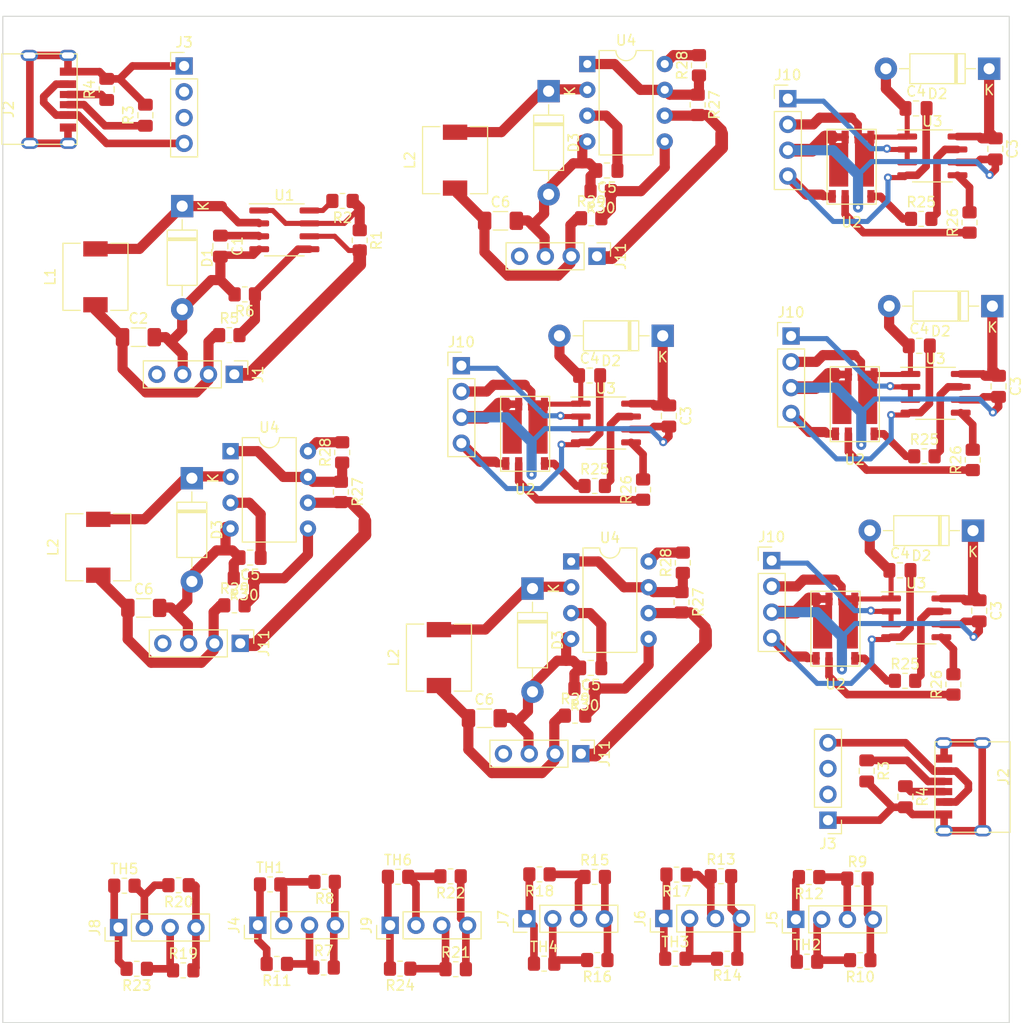
<source format=kicad_pcb>
(kicad_pcb (version 20171130) (host pcbnew "(5.1.12)-1")
  (layers (0 F.Cu signal) (31 B.Cu signal) (34 B.Paste user) (35 F.Paste user) (36 B.SilkS user) (37 F.SilkS user) (38 B.Mask user) (39 F.Mask user) (44 Edge.Cuts user))
  (net 0 "")
  (net 1 "Net-(C1-Pad1)")
  (net 2 "Net-(C2-Pad1)")
  (net 3 "Net-(C3-Pad2)")
  (net 4 "Net-(C3-Pad1)")
  (net 5 "Net-(C4-Pad2)")
  (net 6 "Net-(C4-Pad1)")
  (net 7 "Net-(D1-Pad1)")
  (net 8 "Net-(J1-Pad4)")
  (net 9 "Net-(J1-Pad1)")
  (net 10 "Net-(J2-PadA1)")
  (net 11 "Net-(J2-PadA4)")
  (net 12 "Net-(J2-PadB5)")
  (net 13 "Net-(J2-PadA5)")
  (net 14 "Net-(J2-PadA7)")
  (net 15 "Net-(J2-PadA6)")
  (net 16 "Net-(J4-Pad4)")
  (net 17 "Net-(J4-Pad3)")
  (net 18 "Net-(J4-Pad2)")
  (net 19 "Net-(J4-Pad1)")
  (net 20 "Net-(J5-Pad4)")
  (net 21 "Net-(J5-Pad3)")
  (net 22 "Net-(J5-Pad2)")
  (net 23 "Net-(J5-Pad1)")
  (net 24 "Net-(J6-Pad4)")
  (net 25 "Net-(J6-Pad3)")
  (net 26 "Net-(J6-Pad2)")
  (net 27 "Net-(J6-Pad1)")
  (net 28 "Net-(J7-Pad4)")
  (net 29 "Net-(J7-Pad3)")
  (net 30 "Net-(J7-Pad2)")
  (net 31 "Net-(J7-Pad1)")
  (net 32 "Net-(J8-Pad4)")
  (net 33 "Net-(J8-Pad3)")
  (net 34 "Net-(J8-Pad2)")
  (net 35 "Net-(J8-Pad1)")
  (net 36 "Net-(J9-Pad4)")
  (net 37 "Net-(J9-Pad3)")
  (net 38 "Net-(J9-Pad2)")
  (net 39 "Net-(J9-Pad1)")
  (net 40 "Net-(J10-Pad1)")
  (net 41 "Net-(R1-Pad1)")
  (net 42 "Net-(R2-Pad2)")
  (net 43 "Net-(R5-Pad2)")
  (net 44 "Net-(R25-Pad2)")
  (net 45 "Net-(R25-Pad1)")
  (net 46 "Net-(R26-Pad2)")
  (net 47 "Net-(R26-Pad1)")
  (net 48 "Net-(C1-Pad2)")
  (net 49 "Net-(C5-Pad2)")
  (net 50 "Net-(C5-Pad1)")
  (net 51 "Net-(C6-Pad1)")
  (net 52 "Net-(D3-Pad1)")
  (net 53 "Net-(J11-Pad4)")
  (net 54 "Net-(J11-Pad1)")
  (net 55 "Net-(R27-Pad1)")
  (net 56 "Net-(R28-Pad2)")
  (net 57 "Net-(R29-Pad2)")
  (module Inductor_SMD:L_6.3x6.3_H3 (layer F.Cu) (at 131.826 118.999 90)
    (fp_text reference L2 (at 0 -4.45 90) (layer F.SilkS))
    (fp_text value 150uH)
    (pad 2 smd rect (at 2.75 0 90) (size 1.5 2.4) (layers F.Cu F.Paste F.Mask))
    (pad 1 smd rect (at -2.75 0 90) (size 1.5 2.4) (layers F.Cu F.Paste F.Mask))
  )
  (module Capacitor_SMD:C_0805_2012Metric_Pad1.18x1.45mm_HandSolder (layer F.Cu) (at 146.77 120.015 180)
    (fp_text reference C5 (at 0 -1.68) (layer F.SilkS))
    (fp_text value 100pF)
    (pad 2 smd roundrect (at 1.0375 0 180) (size 1.175 1.45) (layers F.Cu F.Paste F.Mask) (roundrect_rratio 0.2127659574468085))
    (pad 1 smd roundrect (at -1.0375 0 180) (size 1.175 1.45) (layers F.Cu F.Paste F.Mask) (roundrect_rratio 0.2127659574468085))
  )
  (module Capacitor_SMD:C_1206_3216Metric_Pad1.33x1.80mm_HandSolder (layer F.Cu) (at 136.296 124.968)
    (fp_text reference C6 (at 0 -1.85) (layer F.SilkS))
    (fp_text value 100uF)
    (pad 2 smd roundrect (at 1.5625 0) (size 1.325 1.8) (layers F.Cu F.Paste F.Mask) (roundrect_rratio 0.1886784905660377))
    (pad 1 smd roundrect (at -1.5625 0) (size 1.325 1.8) (layers F.Cu F.Paste F.Mask) (roundrect_rratio 0.1886784905660377))
  )
  (module Resistor_SMD:R_0805_2012Metric_Pad1.20x1.40mm_HandSolder (layer F.Cu) (at 155.829 109.6645 90)
    (fp_text reference R28 (at 0 -1.65 90) (layer F.SilkS))
    (fp_text value 180)
    (pad 2 smd roundrect (at 1 0 90) (size 1.2 1.4) (layers F.Cu F.Paste F.Mask) (roundrect_rratio 0.2083325))
    (pad 1 smd roundrect (at -1 0 90) (size 1.2 1.4) (layers F.Cu F.Paste F.Mask) (roundrect_rratio 0.2083325))
  )
  (module Package_DIP:DIP-8_W7.62mm (layer F.Cu) (at 144.8435 109.5375)
    (fp_text reference U4 (at 3.81 -2.33) (layer F.SilkS))
    (fp_text value MC34063AD)
    (pad 8 thru_hole oval (at 7.62 0) (size 1.6 1.6) (drill 0.8) (layers *.Cu *.Mask))
    (pad 4 thru_hole oval (at 0 7.62) (size 1.6 1.6) (drill 0.8) (layers *.Cu *.Mask))
    (pad 7 thru_hole oval (at 7.62 2.54) (size 1.6 1.6) (drill 0.8) (layers *.Cu *.Mask))
    (pad 3 thru_hole oval (at 0 5.08) (size 1.6 1.6) (drill 0.8) (layers *.Cu *.Mask))
    (pad 6 thru_hole oval (at 7.62 5.08) (size 1.6 1.6) (drill 0.8) (layers *.Cu *.Mask))
    (pad 2 thru_hole oval (at 0 2.54) (size 1.6 1.6) (drill 0.8) (layers *.Cu *.Mask))
    (pad 5 thru_hole oval (at 7.62 7.62) (size 1.6 1.6) (drill 0.8) (layers *.Cu *.Mask))
    (pad 1 thru_hole rect (at 0 0) (size 1.6 1.6) (drill 0.8) (layers *.Cu *.Mask))
  )
  (module Resistor_SMD:R_0805_2012Metric_Pad1.20x1.40mm_HandSolder (layer F.Cu) (at 155.702 113.554 270)
    (fp_text reference R27 (at 0 -1.65 90) (layer F.SilkS))
    (fp_text value .22)
    (pad 2 smd roundrect (at 1 0 270) (size 1.2 1.4) (layers F.Cu F.Paste F.Mask) (roundrect_rratio 0.2083325))
    (pad 1 smd roundrect (at -1 0 270) (size 1.2 1.4) (layers F.Cu F.Paste F.Mask) (roundrect_rratio 0.2083325))
  )
  (module Resistor_SMD:R_0805_2012Metric_Pad1.20x1.40mm_HandSolder (layer F.Cu) (at 145.2245 124.714)
    (fp_text reference R29 (at 0 -1.65) (layer F.SilkS))
    (fp_text value 3.6k)
    (pad 2 smd roundrect (at 1 0) (size 1.2 1.4) (layers F.Cu F.Paste F.Mask) (roundrect_rratio 0.2083325))
    (pad 1 smd roundrect (at -1 0) (size 1.2 1.4) (layers F.Cu F.Paste F.Mask) (roundrect_rratio 0.2083325))
  )
  (module Diode_THT:D_DO-41_SOD81_P10.16mm_Horizontal (layer F.Cu) (at 141.0335 112.2045 270)
    (fp_text reference D3 (at 5.08 -2.47 90) (layer F.SilkS))
    (fp_text value 1N5819)
    (fp_text user K (at 0 -2.1 90) (layer F.SilkS))
    (pad 2 thru_hole oval (at 10.16 0 270) (size 2.2 2.2) (drill 1.1) (layers *.Cu *.Mask))
    (pad 1 thru_hole rect (at 0 0 270) (size 2.2 2.2) (drill 1.1) (layers *.Cu *.Mask))
  )
  (module Resistor_SMD:R_0805_2012Metric_Pad1.20x1.40mm_HandSolder (layer F.Cu) (at 146.161 122.047 180)
    (fp_text reference R30 (at 0 -1.65) (layer F.SilkS))
    (fp_text value 2.2k)
    (pad 2 smd roundrect (at 1 0 180) (size 1.2 1.4) (layers F.Cu F.Paste F.Mask) (roundrect_rratio 0.2083325))
    (pad 1 smd roundrect (at -1 0 180) (size 1.2 1.4) (layers F.Cu F.Paste F.Mask) (roundrect_rratio 0.2083325))
  )
  (module Connector_PinHeader_2.54mm:PinHeader_1x04_P2.54mm_Vertical (layer F.Cu) (at 145.796 128.4605 270)
    (fp_text reference J11 (at 0 -2.33 90) (layer F.SilkS))
    (fp_text value Conn_01x04_Male)
    (pad 4 thru_hole oval (at 0 7.62 270) (size 1.7 1.7) (drill 1) (layers *.Cu *.Mask))
    (pad 3 thru_hole oval (at 0 5.08 270) (size 1.7 1.7) (drill 1) (layers *.Cu *.Mask))
    (pad 2 thru_hole oval (at 0 2.54 270) (size 1.7 1.7) (drill 1) (layers *.Cu *.Mask))
    (pad 1 thru_hole rect (at 0 0 270) (size 1.7 1.7) (drill 1) (layers *.Cu *.Mask))
  )
  (module Capacitor_SMD:C_0805_2012Metric_Pad1.18x1.45mm_HandSolder (layer F.Cu) (at 148.3575 71.0565 180)
    (fp_text reference C5 (at 0 -1.68) (layer F.SilkS))
    (fp_text value 100pF)
    (pad 1 smd roundrect (at -1.0375 0 180) (size 1.175 1.45) (layers F.Cu F.Paste F.Mask) (roundrect_rratio 0.2127659574468085))
    (pad 2 smd roundrect (at 1.0375 0 180) (size 1.175 1.45) (layers F.Cu F.Paste F.Mask) (roundrect_rratio 0.2127659574468085))
  )
  (module Inductor_SMD:L_6.3x6.3_H3 (layer F.Cu) (at 133.4135 70.0405 90)
    (fp_text reference L2 (at 0 -4.45 90) (layer F.SilkS))
    (fp_text value 150uH)
    (pad 1 smd rect (at -2.75 0 90) (size 1.5 2.4) (layers F.Cu F.Paste F.Mask))
    (pad 2 smd rect (at 2.75 0 90) (size 1.5 2.4) (layers F.Cu F.Paste F.Mask))
  )
  (module Connector_PinHeader_2.54mm:PinHeader_1x04_P2.54mm_Vertical (layer F.Cu) (at 147.3835 79.502 270)
    (fp_text reference J11 (at 0 -2.33 90) (layer F.SilkS))
    (fp_text value Conn_01x04_Male)
    (pad 1 thru_hole rect (at 0 0 270) (size 1.7 1.7) (drill 1) (layers *.Cu *.Mask))
    (pad 2 thru_hole oval (at 0 2.54 270) (size 1.7 1.7) (drill 1) (layers *.Cu *.Mask))
    (pad 3 thru_hole oval (at 0 5.08 270) (size 1.7 1.7) (drill 1) (layers *.Cu *.Mask))
    (pad 4 thru_hole oval (at 0 7.62 270) (size 1.7 1.7) (drill 1) (layers *.Cu *.Mask))
  )
  (module Diode_THT:D_DO-41_SOD81_P10.16mm_Horizontal (layer F.Cu) (at 142.621 63.246 270)
    (fp_text reference D3 (at 5.08 -2.47 90) (layer F.SilkS))
    (fp_text value 1N5819)
    (fp_text user K (at 0 -2.1 90) (layer F.SilkS))
    (pad 1 thru_hole rect (at 0 0 270) (size 2.2 2.2) (drill 1.1) (layers *.Cu *.Mask))
    (pad 2 thru_hole oval (at 10.16 0 270) (size 2.2 2.2) (drill 1.1) (layers *.Cu *.Mask))
  )
  (module Capacitor_SMD:C_1206_3216Metric_Pad1.33x1.80mm_HandSolder (layer F.Cu) (at 137.8835 76.0095)
    (fp_text reference C6 (at 0 -1.85) (layer F.SilkS))
    (fp_text value 100uF)
    (pad 1 smd roundrect (at -1.5625 0) (size 1.325 1.8) (layers F.Cu F.Paste F.Mask) (roundrect_rratio 0.1886784905660377))
    (pad 2 smd roundrect (at 1.5625 0) (size 1.325 1.8) (layers F.Cu F.Paste F.Mask) (roundrect_rratio 0.1886784905660377))
  )
  (module Package_DIP:DIP-8_W7.62mm (layer F.Cu) (at 146.431 60.579)
    (fp_text reference U4 (at 3.81 -2.33) (layer F.SilkS))
    (fp_text value MC34063AD)
    (pad 1 thru_hole rect (at 0 0) (size 1.6 1.6) (drill 0.8) (layers *.Cu *.Mask))
    (pad 5 thru_hole oval (at 7.62 7.62) (size 1.6 1.6) (drill 0.8) (layers *.Cu *.Mask))
    (pad 2 thru_hole oval (at 0 2.54) (size 1.6 1.6) (drill 0.8) (layers *.Cu *.Mask))
    (pad 6 thru_hole oval (at 7.62 5.08) (size 1.6 1.6) (drill 0.8) (layers *.Cu *.Mask))
    (pad 3 thru_hole oval (at 0 5.08) (size 1.6 1.6) (drill 0.8) (layers *.Cu *.Mask))
    (pad 7 thru_hole oval (at 7.62 2.54) (size 1.6 1.6) (drill 0.8) (layers *.Cu *.Mask))
    (pad 4 thru_hole oval (at 0 7.62) (size 1.6 1.6) (drill 0.8) (layers *.Cu *.Mask))
    (pad 8 thru_hole oval (at 7.62 0) (size 1.6 1.6) (drill 0.8) (layers *.Cu *.Mask))
  )
  (module Resistor_SMD:R_0805_2012Metric_Pad1.20x1.40mm_HandSolder (layer F.Cu) (at 157.2895 64.5955 270)
    (fp_text reference R27 (at 0 -1.65 90) (layer F.SilkS))
    (fp_text value .22)
    (pad 1 smd roundrect (at -1 0 270) (size 1.2 1.4) (layers F.Cu F.Paste F.Mask) (roundrect_rratio 0.2083325))
    (pad 2 smd roundrect (at 1 0 270) (size 1.2 1.4) (layers F.Cu F.Paste F.Mask) (roundrect_rratio 0.2083325))
  )
  (module Resistor_SMD:R_0805_2012Metric_Pad1.20x1.40mm_HandSolder (layer F.Cu) (at 157.4165 60.706 90)
    (fp_text reference R28 (at 0 -1.65 90) (layer F.SilkS))
    (fp_text value 180)
    (pad 1 smd roundrect (at -1 0 90) (size 1.2 1.4) (layers F.Cu F.Paste F.Mask) (roundrect_rratio 0.2083325))
    (pad 2 smd roundrect (at 1 0 90) (size 1.2 1.4) (layers F.Cu F.Paste F.Mask) (roundrect_rratio 0.2083325))
  )
  (module Resistor_SMD:R_0805_2012Metric_Pad1.20x1.40mm_HandSolder (layer F.Cu) (at 147.7485 73.0885 180)
    (fp_text reference R30 (at 0 -1.65) (layer F.SilkS))
    (fp_text value 2.2k)
    (pad 1 smd roundrect (at -1 0 180) (size 1.2 1.4) (layers F.Cu F.Paste F.Mask) (roundrect_rratio 0.2083325))
    (pad 2 smd roundrect (at 1 0 180) (size 1.2 1.4) (layers F.Cu F.Paste F.Mask) (roundrect_rratio 0.2083325))
  )
  (module Resistor_SMD:R_0805_2012Metric_Pad1.20x1.40mm_HandSolder (layer F.Cu) (at 146.812 75.7555)
    (fp_text reference R29 (at 0 -1.65) (layer F.SilkS))
    (fp_text value 3.6k)
    (pad 1 smd roundrect (at -1 0) (size 1.2 1.4) (layers F.Cu F.Paste F.Mask) (roundrect_rratio 0.2083325))
    (pad 2 smd roundrect (at 1 0) (size 1.2 1.4) (layers F.Cu F.Paste F.Mask) (roundrect_rratio 0.2083325))
  )
  (module Package_DIP:DIP-8_W7.62mm (layer F.Cu) (at 111.3155 98.679)
    (fp_text reference U4 (at 3.81 -2.33) (layer F.SilkS))
    (fp_text value MC34063AD)
    (pad 8 thru_hole oval (at 7.62 0) (size 1.6 1.6) (drill 0.8) (layers *.Cu *.Mask) (net 56 "Net-(R28-Pad2)"))
    (pad 4 thru_hole oval (at 0 7.62) (size 1.6 1.6) (drill 0.8) (layers *.Cu *.Mask) (net 49 "Net-(C5-Pad2)"))
    (pad 7 thru_hole oval (at 7.62 2.54) (size 1.6 1.6) (drill 0.8) (layers *.Cu *.Mask) (net 55 "Net-(R27-Pad1)"))
    (pad 3 thru_hole oval (at 0 5.08) (size 1.6 1.6) (drill 0.8) (layers *.Cu *.Mask) (net 50 "Net-(C5-Pad1)"))
    (pad 6 thru_hole oval (at 7.62 5.08) (size 1.6 1.6) (drill 0.8) (layers *.Cu *.Mask) (net 54 "Net-(J11-Pad1)"))
    (pad 2 thru_hole oval (at 0 2.54) (size 1.6 1.6) (drill 0.8) (layers *.Cu *.Mask) (net 52 "Net-(D3-Pad1)"))
    (pad 5 thru_hole oval (at 7.62 7.62) (size 1.6 1.6) (drill 0.8) (layers *.Cu *.Mask) (net 57 "Net-(R29-Pad2)"))
    (pad 1 thru_hole rect (at 0 0) (size 1.6 1.6) (drill 0.8) (layers *.Cu *.Mask) (net 55 "Net-(R27-Pad1)"))
  )
  (module Resistor_SMD:R_0805_2012Metric_Pad1.20x1.40mm_HandSolder (layer F.Cu) (at 112.633 111.1885 180)
    (fp_text reference R30 (at 0 -1.65) (layer F.SilkS))
    (fp_text value 2.2k)
    (pad 2 smd roundrect (at 1 0 180) (size 1.2 1.4) (layers F.Cu F.Paste F.Mask) (roundrect_rratio 0.2083325) (net 49 "Net-(C5-Pad2)"))
    (pad 1 smd roundrect (at -1 0 180) (size 1.2 1.4) (layers F.Cu F.Paste F.Mask) (roundrect_rratio 0.2083325) (net 57 "Net-(R29-Pad2)"))
  )
  (module Resistor_SMD:R_0805_2012Metric_Pad1.20x1.40mm_HandSolder (layer F.Cu) (at 111.6965 113.8555)
    (fp_text reference R29 (at 0 -1.65) (layer F.SilkS))
    (fp_text value 3.6k)
    (pad 2 smd roundrect (at 1 0) (size 1.2 1.4) (layers F.Cu F.Paste F.Mask) (roundrect_rratio 0.2083325) (net 57 "Net-(R29-Pad2)"))
    (pad 1 smd roundrect (at -1 0) (size 1.2 1.4) (layers F.Cu F.Paste F.Mask) (roundrect_rratio 0.2083325) (net 51 "Net-(C6-Pad1)"))
  )
  (module Resistor_SMD:R_0805_2012Metric_Pad1.20x1.40mm_HandSolder (layer F.Cu) (at 122.301 98.806 90)
    (fp_text reference R28 (at 0 -1.65 90) (layer F.SilkS))
    (fp_text value 180)
    (pad 2 smd roundrect (at 1 0 90) (size 1.2 1.4) (layers F.Cu F.Paste F.Mask) (roundrect_rratio 0.2083325) (net 56 "Net-(R28-Pad2)"))
    (pad 1 smd roundrect (at -1 0 90) (size 1.2 1.4) (layers F.Cu F.Paste F.Mask) (roundrect_rratio 0.2083325) (net 55 "Net-(R27-Pad1)"))
  )
  (module Resistor_SMD:R_0805_2012Metric_Pad1.20x1.40mm_HandSolder (layer F.Cu) (at 122.174 102.6955 270)
    (fp_text reference R27 (at 0 -1.65 90) (layer F.SilkS))
    (fp_text value .22)
    (pad 2 smd roundrect (at 1 0 270) (size 1.2 1.4) (layers F.Cu F.Paste F.Mask) (roundrect_rratio 0.2083325) (net 54 "Net-(J11-Pad1)"))
    (pad 1 smd roundrect (at -1 0 270) (size 1.2 1.4) (layers F.Cu F.Paste F.Mask) (roundrect_rratio 0.2083325) (net 55 "Net-(R27-Pad1)"))
  )
  (module Inductor_SMD:L_6.3x6.3_H3 (layer F.Cu) (at 98.298 108.1405 90)
    (fp_text reference L2 (at 0 -4.45 90) (layer F.SilkS))
    (fp_text value 150uH)
    (pad 2 smd rect (at 2.75 0 90) (size 1.5 2.4) (layers F.Cu F.Paste F.Mask) (net 52 "Net-(D3-Pad1)"))
    (pad 1 smd rect (at -2.75 0 90) (size 1.5 2.4) (layers F.Cu F.Paste F.Mask) (net 51 "Net-(C6-Pad1)"))
  )
  (module Connector_PinHeader_2.54mm:PinHeader_1x04_P2.54mm_Vertical (layer F.Cu) (at 112.268 117.602 270)
    (fp_text reference J11 (at 0 -2.33 90) (layer F.SilkS))
    (fp_text value Conn_01x04_Male)
    (pad 4 thru_hole oval (at 0 7.62 270) (size 1.7 1.7) (drill 1) (layers *.Cu *.Mask) (net 53 "Net-(J11-Pad4)"))
    (pad 3 thru_hole oval (at 0 5.08 270) (size 1.7 1.7) (drill 1) (layers *.Cu *.Mask) (net 49 "Net-(C5-Pad2)"))
    (pad 2 thru_hole oval (at 0 2.54 270) (size 1.7 1.7) (drill 1) (layers *.Cu *.Mask) (net 51 "Net-(C6-Pad1)"))
    (pad 1 thru_hole rect (at 0 0 270) (size 1.7 1.7) (drill 1) (layers *.Cu *.Mask) (net 54 "Net-(J11-Pad1)"))
  )
  (module Diode_THT:D_DO-41_SOD81_P10.16mm_Horizontal (layer F.Cu) (at 107.5055 101.346 270)
    (fp_text reference D3 (at 5.08 -2.47 90) (layer F.SilkS))
    (fp_text value 1N5819)
    (fp_text user K (at 0 -2.1 90) (layer F.SilkS))
    (pad 2 thru_hole oval (at 10.16 0 270) (size 2.2 2.2) (drill 1.1) (layers *.Cu *.Mask) (net 49 "Net-(C5-Pad2)"))
    (pad 1 thru_hole rect (at 0 0 270) (size 2.2 2.2) (drill 1.1) (layers *.Cu *.Mask) (net 52 "Net-(D3-Pad1)"))
  )
  (module Capacitor_SMD:C_1206_3216Metric_Pad1.33x1.80mm_HandSolder (layer F.Cu) (at 102.768 114.1095)
    (fp_text reference C6 (at 0 -1.85) (layer F.SilkS))
    (fp_text value 100uF)
    (pad 2 smd roundrect (at 1.5625 0) (size 1.325 1.8) (layers F.Cu F.Paste F.Mask) (roundrect_rratio 0.1886784905660377) (net 49 "Net-(C5-Pad2)"))
    (pad 1 smd roundrect (at -1.5625 0) (size 1.325 1.8) (layers F.Cu F.Paste F.Mask) (roundrect_rratio 0.1886784905660377) (net 51 "Net-(C6-Pad1)"))
  )
  (module Capacitor_SMD:C_0805_2012Metric_Pad1.18x1.45mm_HandSolder (layer F.Cu) (at 113.242 109.1565 180)
    (fp_text reference C5 (at 0 -1.68) (layer F.SilkS))
    (fp_text value 100pF)
    (pad 2 smd roundrect (at 1.0375 0 180) (size 1.175 1.45) (layers F.Cu F.Paste F.Mask) (roundrect_rratio 0.2127659574468085) (net 49 "Net-(C5-Pad2)"))
    (pad 1 smd roundrect (at -1.0375 0 180) (size 1.175 1.45) (layers F.Cu F.Paste F.Mask) (roundrect_rratio 0.2127659574468085) (net 50 "Net-(C5-Pad1)"))
  )
  (module Capacitor_SMD:C_0805_2012Metric_Pad1.18x1.45mm_HandSolder (layer F.Cu) (at 177.7365 132.6935 270)
    (fp_text reference R4 (at 0 -1.68 90) (layer F.SilkS))
    (fp_text value 5.1k)
    (pad 1 smd roundrect (at -1.0375 0 270) (size 1.175 1.45) (layers F.Cu F.Paste F.Mask) (roundrect_rratio 0.2127659574468085) (net 13 "Net-(J2-PadA5)"))
    (pad 2 smd roundrect (at 1.0375 0 270) (size 1.175 1.45) (layers F.Cu F.Paste F.Mask) (roundrect_rratio 0.2127659574468085) (net 10 "Net-(J2-PadA1)"))
  )
  (module Capacitor_SMD:C_0805_2012Metric_Pad1.18x1.45mm_HandSolder (layer F.Cu) (at 173.9265 130.1535 270)
    (fp_text reference R3 (at 0 -1.68 90) (layer F.SilkS))
    (fp_text value 5.1k)
    (pad 1 smd roundrect (at -1.0375 0 270) (size 1.175 1.45) (layers F.Cu F.Paste F.Mask) (roundrect_rratio 0.2127659574468085) (net 12 "Net-(J2-PadB5)"))
    (pad 2 smd roundrect (at 1.0375 0 270) (size 1.175 1.45) (layers F.Cu F.Paste F.Mask) (roundrect_rratio 0.2127659574468085) (net 10 "Net-(J2-PadA1)"))
  )
  (module 1KicadLib:USB4125-GF-A (layer F.Cu) (at 181.5465 131.191 90)
    (fp_text reference J2 (at 0.4572 5.842 90) (layer F.SilkS))
    (fp_text value USB_C_Receptacle_USB2.0)
    (pad B12 smd rect (at -3.25 0 90) (size 0.8 1.6) (layers F.Cu F.Paste F.Mask) (net 10 "Net-(J2-PadA1)"))
    (pad B9 smd rect (at -2.02 0 90) (size 0.76 1.6) (layers F.Cu F.Paste F.Mask) (net 11 "Net-(J2-PadA4)"))
    (pad A5 smd rect (at -1 0 90) (size 0.7 1.6) (layers F.Cu F.Paste F.Mask) (net 13 "Net-(J2-PadA5)"))
    (pad B5 smd rect (at 0 0 90) (size 0.7 1.6) (layers F.Cu F.Paste F.Mask) (net 12 "Net-(J2-PadB5)"))
    (pad A9 smd rect (at 1.02 0 90) (size 0.76 1.6) (layers F.Cu F.Paste F.Mask) (net 11 "Net-(J2-PadA4)"))
    (pad A12 smd rect (at 2.25 0 90) (size 0.8 1.6) (layers F.Cu F.Paste F.Mask) (net 10 "Net-(J2-PadA1)"))
    (pad S1 thru_hole oval (at 3.8 -0.05 90) (size 1.1 1.7) (drill oval 0.6 1.2) (layers *.Cu *.Mask) (net 10 "Net-(J2-PadA1)"))
    (pad S1 thru_hole oval (at 3.8 3.75 90) (size 1.1 1.7) (drill oval 0.6 1.2) (layers *.Cu *.Mask) (net 10 "Net-(J2-PadA1)"))
    (pad S1 thru_hole oval (at -4.85 0 90) (size 1.1 1.7) (drill oval 0.6 1.2) (layers *.Cu *.Mask) (net 10 "Net-(J2-PadA1)"))
    (pad S1 thru_hole oval (at -4.85 3.8 90) (size 1.1 1.7) (drill oval 0.6 1.2) (layers *.Cu *.Mask) (net 10 "Net-(J2-PadA1)"))
  )
  (module Connector_PinHeader_2.54mm:PinHeader_1x04_P2.54mm_Vertical (layer F.Cu) (at 170.1165 135.001 180)
    (fp_text reference J3 (at 0 -2.33) (layer F.SilkS))
    (fp_text value Conn_01x04_Male)
    (pad 1 thru_hole rect (at 0 0 180) (size 1.7 1.7) (drill 1) (layers *.Cu *.Mask) (net 10 "Net-(J2-PadA1)"))
    (pad 2 thru_hole oval (at 0 2.54 180) (size 1.7 1.7) (drill 1) (layers *.Cu *.Mask) (net 15 "Net-(J2-PadA6)"))
    (pad 3 thru_hole oval (at 0 5.08 180) (size 1.7 1.7) (drill 1) (layers *.Cu *.Mask) (net 14 "Net-(J2-PadA7)"))
    (pad 4 thru_hole oval (at 0 7.62 180) (size 1.7 1.7) (drill 1) (layers *.Cu *.Mask) (net 11 "Net-(J2-PadA4)"))
  )
  (module Package_SO:SOIC-8_3.9x4.9mm_P1.27mm (layer F.Cu) (at 116.6114 76.8985)
    (fp_text reference U1 (at 0 -3.4) (layer F.SilkS))
    (fp_text value MC34063AD)
    (pad 1 smd roundrect (at -2.475 -1.905) (size 1.95 0.6) (layers F.Cu F.Paste F.Mask) (net 41 "Net-(R1-Pad1)"))
    (pad 2 smd roundrect (at -2.475 -0.635) (size 1.95 0.6) (layers F.Cu F.Paste F.Mask) (net 7 "Net-(D1-Pad1)"))
    (pad 3 smd roundrect (at -2.475 0.635) (size 1.95 0.6) (layers F.Cu F.Paste F.Mask) (net 1 "Net-(C1-Pad1)"))
    (pad 4 smd roundrect (at -2.475 1.905) (size 1.95 0.6) (layers F.Cu F.Paste F.Mask) (net 48 "Net-(C1-Pad2)"))
    (pad 5 smd roundrect (at 2.475 1.905) (size 1.95 0.6) (layers F.Cu F.Paste F.Mask) (net 43 "Net-(R5-Pad2)"))
    (pad 6 smd roundrect (at 2.475 0.635) (size 1.95 0.6) (layers F.Cu F.Paste F.Mask) (net 9 "Net-(J1-Pad1)"))
    (pad 7 smd roundrect (at 2.475 -0.635) (size 1.95 0.6) (layers F.Cu F.Paste F.Mask) (net 41 "Net-(R1-Pad1)"))
    (pad 8 smd roundrect (at 2.475 -1.905) (size 1.95 0.6) (layers F.Cu F.Paste F.Mask) (net 42 "Net-(R2-Pad2)"))
  )
  (module Resistor_SMD:R_0805_2012Metric_Pad1.20x1.40mm_HandSolder (layer F.Cu) (at 112.7158 83.2485 180)
    (fp_text reference R6 (at 0 -1.65) (layer F.SilkS))
    (fp_text value 2.2k)
    (pad 1 smd roundrect (at -1 0 180) (size 1.2 1.4) (layers F.Cu F.Paste F.Mask) (roundrect_rratio 0.2083325) (net 43 "Net-(R5-Pad2)"))
    (pad 2 smd roundrect (at 1 0 180) (size 1.2 1.4) (layers F.Cu F.Paste F.Mask) (roundrect_rratio 0.2083325) (net 48 "Net-(C1-Pad2)"))
  )
  (module Resistor_SMD:R_0805_2012Metric_Pad1.20x1.40mm_HandSolder (layer F.Cu) (at 111.1918 87.2617)
    (fp_text reference R5 (at 0 -1.65) (layer F.SilkS))
    (fp_text value 3.6k)
    (pad 1 smd roundrect (at -1 0) (size 1.2 1.4) (layers F.Cu F.Paste F.Mask) (roundrect_rratio 0.2083325) (net 2 "Net-(C2-Pad1)"))
    (pad 2 smd roundrect (at 1 0) (size 1.2 1.4) (layers F.Cu F.Paste F.Mask) (roundrect_rratio 0.2083325) (net 43 "Net-(R5-Pad2)"))
  )
  (module Resistor_SMD:R_0805_2012Metric_Pad1.20x1.40mm_HandSolder (layer F.Cu) (at 124.0282 77.9305 270)
    (fp_text reference R1 (at 0 -1.65 90) (layer F.SilkS))
    (fp_text value .22)
    (pad 1 smd roundrect (at -1 0 270) (size 1.2 1.4) (layers F.Cu F.Paste F.Mask) (roundrect_rratio 0.2083325) (net 41 "Net-(R1-Pad1)"))
    (pad 2 smd roundrect (at 1 0 270) (size 1.2 1.4) (layers F.Cu F.Paste F.Mask) (roundrect_rratio 0.2083325) (net 9 "Net-(J1-Pad1)"))
  )
  (module Resistor_SMD:R_0805_2012Metric_Pad1.20x1.40mm_HandSolder (layer F.Cu) (at 122.3358 74.0537 180)
    (fp_text reference R2 (at 0 -1.65) (layer F.SilkS))
    (fp_text value 180)
    (pad 1 smd roundrect (at -1 0 180) (size 1.2 1.4) (layers F.Cu F.Paste F.Mask) (roundrect_rratio 0.2083325) (net 41 "Net-(R1-Pad1)"))
    (pad 2 smd roundrect (at 1 0 180) (size 1.2 1.4) (layers F.Cu F.Paste F.Mask) (roundrect_rratio 0.2083325) (net 42 "Net-(R2-Pad2)"))
  )
  (module Inductor_SMD:L_6.3x6.3_H3 (layer F.Cu) (at 98.0186 81.5213 90)
    (fp_text reference L1 (at 0 -4.45 90) (layer F.SilkS))
    (fp_text value 150uH)
    (pad 1 smd rect (at -2.75 0 90) (size 1.5 2.4) (layers F.Cu F.Paste F.Mask) (net 2 "Net-(C2-Pad1)"))
    (pad 2 smd rect (at 2.75 0 90) (size 1.5 2.4) (layers F.Cu F.Paste F.Mask) (net 7 "Net-(D1-Pad1)"))
  )
  (module Connector_PinHeader_2.54mm:PinHeader_1x04_P2.54mm_Vertical (layer F.Cu) (at 111.6838 91.1225 270)
    (fp_text reference J1 (at 0 -2.33 90) (layer F.SilkS))
    (fp_text value Conn_01x04_Male)
    (pad 1 thru_hole rect (at 0 0 270) (size 1.7 1.7) (drill 1) (layers *.Cu *.Mask) (net 9 "Net-(J1-Pad1)"))
    (pad 2 thru_hole oval (at 0 2.54 270) (size 1.7 1.7) (drill 1) (layers *.Cu *.Mask) (net 2 "Net-(C2-Pad1)"))
    (pad 3 thru_hole oval (at 0 5.08 270) (size 1.7 1.7) (drill 1) (layers *.Cu *.Mask) (net 48 "Net-(C1-Pad2)"))
    (pad 4 thru_hole oval (at 0 7.62 270) (size 1.7 1.7) (drill 1) (layers *.Cu *.Mask) (net 8 "Net-(J1-Pad4)"))
  )
  (module Capacitor_SMD:C_1206_3216Metric_Pad1.33x1.80mm_HandSolder (layer F.Cu) (at 102.2473 87.4649)
    (fp_text reference C2 (at 0 -1.85) (layer F.SilkS))
    (fp_text value 100uF)
    (pad 1 smd roundrect (at -1.5625 0) (size 1.325 1.8) (layers F.Cu F.Paste F.Mask) (roundrect_rratio 0.1886777358490566) (net 2 "Net-(C2-Pad1)"))
    (pad 2 smd roundrect (at 1.5625 0) (size 1.325 1.8) (layers F.Cu F.Paste F.Mask) (roundrect_rratio 0.1886777358490566) (net 48 "Net-(C1-Pad2)"))
  )
  (module Diode_THT:D_DO-41_SOD81_P10.16mm_Horizontal (layer F.Cu) (at 106.553 74.5617 270)
    (fp_text reference D1 (at 5.08 -2.47 90) (layer F.SilkS))
    (fp_text value 1N5819)
    (fp_text user K (at 0 -2.1 90) (layer F.SilkS))
    (pad 1 thru_hole rect (at 0 0 270) (size 2.2 2.2) (drill 1.1) (layers *.Cu *.Mask) (net 7 "Net-(D1-Pad1)"))
    (pad 2 thru_hole oval (at 10.16 0 270) (size 2.2 2.2) (drill 1.1) (layers *.Cu *.Mask) (net 48 "Net-(C1-Pad2)"))
  )
  (module Capacitor_SMD:C_0805_2012Metric_Pad1.18x1.45mm_HandSolder (layer F.Cu) (at 110.3122 78.5026 270)
    (fp_text reference C1 (at 0 -1.68 90) (layer F.SilkS))
    (fp_text value 100pF)
    (pad 1 smd roundrect (at -1.0375 0 270) (size 1.175 1.45) (layers F.Cu F.Paste F.Mask) (roundrect_rratio 0.2127659574468085) (net 1 "Net-(C1-Pad1)"))
    (pad 2 smd roundrect (at 1.0375 0 270) (size 1.175 1.45) (layers F.Cu F.Paste F.Mask) (roundrect_rratio 0.2127659574468085) (net 48 "Net-(C1-Pad2)"))
  )
  (module Resistor_SMD:R_0805_2012Metric_Pad1.20x1.40mm_HandSolder (layer F.Cu) (at 151.9174 102.4636 90)
    (fp_text reference R26 (at 0 -1.65 90) (layer F.SilkS))
    (fp_text value 10k)
    (pad 1 smd roundrect (at -1 0 90) (size 1.2 1.4) (layers F.Cu F.Paste F.Mask) (roundrect_rratio 0.2083325) (net 47 "Net-(R26-Pad1)"))
    (pad 2 smd roundrect (at 1 0 90) (size 1.2 1.4) (layers F.Cu F.Paste F.Mask) (roundrect_rratio 0.2083325) (net 46 "Net-(R26-Pad2)"))
  )
  (module Package_SO:SOIC-8_3.9x4.9mm_P1.27mm (layer F.Cu) (at 148.2598 95.9104)
    (fp_text reference U3 (at 0 -3.4) (layer F.SilkS))
    (fp_text value IRS2103)
    (pad 1 smd roundrect (at -2.475 -1.905) (size 1.95 0.6) (layers F.Cu F.Paste F.Mask) (net 6 "Net-(C4-Pad1)"))
    (pad 2 smd roundrect (at -2.475 -0.635) (size 1.95 0.6) (layers F.Cu F.Paste F.Mask) (net 40 "Net-(J10-Pad1)"))
    (pad 3 smd roundrect (at -2.475 0.635) (size 1.95 0.6) (layers F.Cu F.Paste F.Mask) (net 40 "Net-(J10-Pad1)"))
    (pad 4 smd roundrect (at -2.475 1.905) (size 1.95 0.6) (layers F.Cu F.Paste F.Mask) (net 5 "Net-(C4-Pad2)"))
    (pad 5 smd roundrect (at 2.475 1.905) (size 1.95 0.6) (layers F.Cu F.Paste F.Mask) (net 46 "Net-(R26-Pad2)"))
    (pad 6 smd roundrect (at 2.475 0.635) (size 1.95 0.6) (layers F.Cu F.Paste F.Mask) (net 3 "Net-(C3-Pad2)"))
    (pad 7 smd roundrect (at 2.475 -0.635) (size 1.95 0.6) (layers F.Cu F.Paste F.Mask) (net 44 "Net-(R25-Pad2)"))
    (pad 8 smd roundrect (at 2.475 -1.905) (size 1.95 0.6) (layers F.Cu F.Paste F.Mask) (net 4 "Net-(C3-Pad1)"))
  )
  (module 1KicadLib:LFPAK56D (layer F.Cu) (at 143.4846 98.5012)
    (fp_text reference U2 (at -3.175 3.937) (layer F.SilkS))
    (fp_text value BUK9K52-60E)
    (fp_poly (pts (xy -3.556 0.381) (xy -5.334 0.381) (xy -5.334 -3.81) (xy -3.556 -3.81)) (layer F.Cu) (width 0.1))
    (fp_poly (pts (xy -1.016 0.381) (xy -2.794 0.381) (xy -2.794 -3.81) (xy -1.016 -3.81)) (layer F.Cu) (width 0.1))
    (pad 1 smd rect (at -5.08 1.397) (size 0.7 1.25) (layers F.Cu F.Paste F.Mask) (net 5 "Net-(C4-Pad2)"))
    (pad 2 smd rect (at -3.81 1.397) (size 0.7 1.25) (layers F.Cu F.Paste F.Mask) (net 47 "Net-(R26-Pad1)"))
    (pad 3 smd rect (at -2.54 1.397) (size 0.7 1.25) (layers F.Cu F.Paste F.Mask) (net 3 "Net-(C3-Pad2)"))
    (pad 4 smd rect (at -1.27 1.397) (size 0.7 1.25) (layers F.Cu F.Paste F.Mask) (net 45 "Net-(R25-Pad1)"))
    (pad 5 smd rect (at -1.27 -4.445) (size 0.7 1.25) (layers F.Cu F.Paste F.Mask) (net 6 "Net-(C4-Pad1)"))
    (pad 6 smd rect (at -2.54 -4.445) (size 0.7 1.25) (layers F.Cu F.Paste F.Mask) (net 6 "Net-(C4-Pad1)"))
    (pad 7 smd rect (at -3.81 -4.445) (size 0.7 1.25) (layers F.Cu F.Paste F.Mask) (net 3 "Net-(C3-Pad2)"))
    (pad 8 smd rect (at -5.08 -4.445) (size 0.7 1.25) (layers F.Cu F.Paste F.Mask) (net 3 "Net-(C3-Pad2)"))
  )
  (module Resistor_SMD:R_0805_2012Metric_Pad1.20x1.40mm_HandSolder (layer F.Cu) (at 147.1582 102.108)
    (fp_text reference R25 (at 0 -1.65) (layer F.SilkS))
    (fp_text value 10k)
    (pad 1 smd roundrect (at -1 0) (size 1.2 1.4) (layers F.Cu F.Paste F.Mask) (roundrect_rratio 0.2083325) (net 45 "Net-(R25-Pad1)"))
    (pad 2 smd roundrect (at 1 0) (size 1.2 1.4) (layers F.Cu F.Paste F.Mask) (roundrect_rratio 0.2083325) (net 44 "Net-(R25-Pad2)"))
  )
  (module Connector_PinHeader_2.54mm:PinHeader_1x04_P2.54mm_Vertical (layer F.Cu) (at 134.0358 90.2716)
    (fp_text reference J10 (at 0 -2.33) (layer F.SilkS))
    (fp_text value Conn_01x04_Male)
    (pad 1 thru_hole rect (at 0 0) (size 1.7 1.7) (drill 1) (layers *.Cu *.Mask) (net 40 "Net-(J10-Pad1)"))
    (pad 2 thru_hole oval (at 0 2.54) (size 1.7 1.7) (drill 1) (layers *.Cu *.Mask) (net 6 "Net-(C4-Pad1)"))
    (pad 3 thru_hole oval (at 0 5.08) (size 1.7 1.7) (drill 1) (layers *.Cu *.Mask) (net 3 "Net-(C3-Pad2)"))
    (pad 4 thru_hole oval (at 0 7.62) (size 1.7 1.7) (drill 1) (layers *.Cu *.Mask) (net 5 "Net-(C4-Pad2)"))
  )
  (module Diode_THT:D_DO-41_SOD81_P10.16mm_Horizontal (layer F.Cu) (at 153.8478 87.3252 180)
    (fp_text reference D2 (at 5.08 -2.47) (layer F.SilkS))
    (fp_text value 1N5819)
    (fp_text user K (at 0 -2.1) (layer F.SilkS))
    (pad 1 thru_hole rect (at 0 0 180) (size 2.2 2.2) (drill 1.1) (layers *.Cu *.Mask) (net 4 "Net-(C3-Pad1)"))
    (pad 2 thru_hole oval (at 10.16 0 180) (size 2.2 2.2) (drill 1.1) (layers *.Cu *.Mask) (net 6 "Net-(C4-Pad1)"))
  )
  (module Capacitor_SMD:C_0805_2012Metric_Pad1.18x1.45mm_HandSolder (layer F.Cu) (at 146.6557 91.2368)
    (fp_text reference C4 (at 0 -1.68) (layer F.SilkS))
    (fp_text value 10uF)
    (pad 1 smd roundrect (at -1.0375 0) (size 1.175 1.45) (layers F.Cu F.Paste F.Mask) (roundrect_rratio 0.2127659574468085) (net 6 "Net-(C4-Pad1)"))
    (pad 2 smd roundrect (at 1.0375 0) (size 1.175 1.45) (layers F.Cu F.Paste F.Mask) (roundrect_rratio 0.2127659574468085) (net 5 "Net-(C4-Pad2)"))
  )
  (module Capacitor_SMD:C_0805_2012Metric_Pad1.18x1.45mm_HandSolder (layer F.Cu) (at 154.4574 95.2207 270)
    (fp_text reference C3 (at 0 -1.68 90) (layer F.SilkS))
    (fp_text value 10uF)
    (pad 1 smd roundrect (at -1.0375 0 270) (size 1.175 1.45) (layers F.Cu F.Paste F.Mask) (roundrect_rratio 0.2127659574468085) (net 4 "Net-(C3-Pad1)"))
    (pad 2 smd roundrect (at 1.0375 0 270) (size 1.175 1.45) (layers F.Cu F.Paste F.Mask) (roundrect_rratio 0.2127659574468085) (net 3 "Net-(C3-Pad2)"))
  )
  (module Resistor_SMD:R_0805_2012Metric_Pad1.20x1.40mm_HandSolder (layer F.Cu) (at 182.4609 121.6406 90)
    (fp_text reference R26 (at 0 -1.65 90) (layer F.SilkS))
    (fp_text value 10k)
    (pad 1 smd roundrect (at -1 0 90) (size 1.2 1.4) (layers F.Cu F.Paste F.Mask) (roundrect_rratio 0.2083325) (net 47 "Net-(R26-Pad1)"))
    (pad 2 smd roundrect (at 1 0 90) (size 1.2 1.4) (layers F.Cu F.Paste F.Mask) (roundrect_rratio 0.2083325) (net 46 "Net-(R26-Pad2)"))
  )
  (module Package_SO:SOIC-8_3.9x4.9mm_P1.27mm (layer F.Cu) (at 178.8033 115.0874)
    (fp_text reference U3 (at 0 -3.4) (layer F.SilkS))
    (fp_text value IRS2103)
    (pad 1 smd roundrect (at -2.475 -1.905) (size 1.95 0.6) (layers F.Cu F.Paste F.Mask) (net 6 "Net-(C4-Pad1)"))
    (pad 2 smd roundrect (at -2.475 -0.635) (size 1.95 0.6) (layers F.Cu F.Paste F.Mask) (net 40 "Net-(J10-Pad1)"))
    (pad 3 smd roundrect (at -2.475 0.635) (size 1.95 0.6) (layers F.Cu F.Paste F.Mask) (net 40 "Net-(J10-Pad1)"))
    (pad 4 smd roundrect (at -2.475 1.905) (size 1.95 0.6) (layers F.Cu F.Paste F.Mask) (net 5 "Net-(C4-Pad2)"))
    (pad 5 smd roundrect (at 2.475 1.905) (size 1.95 0.6) (layers F.Cu F.Paste F.Mask) (net 46 "Net-(R26-Pad2)"))
    (pad 6 smd roundrect (at 2.475 0.635) (size 1.95 0.6) (layers F.Cu F.Paste F.Mask) (net 3 "Net-(C3-Pad2)"))
    (pad 7 smd roundrect (at 2.475 -0.635) (size 1.95 0.6) (layers F.Cu F.Paste F.Mask) (net 44 "Net-(R25-Pad2)"))
    (pad 8 smd roundrect (at 2.475 -1.905) (size 1.95 0.6) (layers F.Cu F.Paste F.Mask) (net 4 "Net-(C3-Pad1)"))
  )
  (module 1KicadLib:LFPAK56D (layer F.Cu) (at 174.0281 117.6782)
    (fp_text reference U2 (at -3.175 3.937) (layer F.SilkS))
    (fp_text value BUK9K52-60E)
    (fp_poly (pts (xy -3.556 0.381) (xy -5.334 0.381) (xy -5.334 -3.81) (xy -3.556 -3.81)) (layer F.Cu) (width 0.1))
    (fp_poly (pts (xy -1.016 0.381) (xy -2.794 0.381) (xy -2.794 -3.81) (xy -1.016 -3.81)) (layer F.Cu) (width 0.1))
    (pad 1 smd rect (at -5.08 1.397) (size 0.7 1.25) (layers F.Cu F.Paste F.Mask) (net 5 "Net-(C4-Pad2)"))
    (pad 2 smd rect (at -3.81 1.397) (size 0.7 1.25) (layers F.Cu F.Paste F.Mask) (net 47 "Net-(R26-Pad1)"))
    (pad 3 smd rect (at -2.54 1.397) (size 0.7 1.25) (layers F.Cu F.Paste F.Mask) (net 3 "Net-(C3-Pad2)"))
    (pad 4 smd rect (at -1.27 1.397) (size 0.7 1.25) (layers F.Cu F.Paste F.Mask) (net 45 "Net-(R25-Pad1)"))
    (pad 5 smd rect (at -1.27 -4.445) (size 0.7 1.25) (layers F.Cu F.Paste F.Mask) (net 6 "Net-(C4-Pad1)"))
    (pad 6 smd rect (at -2.54 -4.445) (size 0.7 1.25) (layers F.Cu F.Paste F.Mask) (net 6 "Net-(C4-Pad1)"))
    (pad 7 smd rect (at -3.81 -4.445) (size 0.7 1.25) (layers F.Cu F.Paste F.Mask) (net 3 "Net-(C3-Pad2)"))
    (pad 8 smd rect (at -5.08 -4.445) (size 0.7 1.25) (layers F.Cu F.Paste F.Mask) (net 3 "Net-(C3-Pad2)"))
  )
  (module Resistor_SMD:R_0805_2012Metric_Pad1.20x1.40mm_HandSolder (layer F.Cu) (at 177.7017 121.285)
    (fp_text reference R25 (at 0 -1.65) (layer F.SilkS))
    (fp_text value 10k)
    (pad 1 smd roundrect (at -1 0) (size 1.2 1.4) (layers F.Cu F.Paste F.Mask) (roundrect_rratio 0.2083325) (net 45 "Net-(R25-Pad1)"))
    (pad 2 smd roundrect (at 1 0) (size 1.2 1.4) (layers F.Cu F.Paste F.Mask) (roundrect_rratio 0.2083325) (net 44 "Net-(R25-Pad2)"))
  )
  (module Connector_PinHeader_2.54mm:PinHeader_1x04_P2.54mm_Vertical (layer F.Cu) (at 164.5793 109.4486)
    (fp_text reference J10 (at 0 -2.33) (layer F.SilkS))
    (fp_text value Conn_01x04_Male)
    (pad 1 thru_hole rect (at 0 0) (size 1.7 1.7) (drill 1) (layers *.Cu *.Mask) (net 40 "Net-(J10-Pad1)"))
    (pad 2 thru_hole oval (at 0 2.54) (size 1.7 1.7) (drill 1) (layers *.Cu *.Mask) (net 6 "Net-(C4-Pad1)"))
    (pad 3 thru_hole oval (at 0 5.08) (size 1.7 1.7) (drill 1) (layers *.Cu *.Mask) (net 3 "Net-(C3-Pad2)"))
    (pad 4 thru_hole oval (at 0 7.62) (size 1.7 1.7) (drill 1) (layers *.Cu *.Mask) (net 5 "Net-(C4-Pad2)"))
  )
  (module Diode_THT:D_DO-41_SOD81_P10.16mm_Horizontal (layer F.Cu) (at 184.3913 106.5022 180)
    (fp_text reference D2 (at 5.08 -2.47) (layer F.SilkS))
    (fp_text value 1N5819)
    (fp_text user K (at 0 -2.1) (layer F.SilkS))
    (pad 1 thru_hole rect (at 0 0 180) (size 2.2 2.2) (drill 1.1) (layers *.Cu *.Mask) (net 4 "Net-(C3-Pad1)"))
    (pad 2 thru_hole oval (at 10.16 0 180) (size 2.2 2.2) (drill 1.1) (layers *.Cu *.Mask) (net 6 "Net-(C4-Pad1)"))
  )
  (module Capacitor_SMD:C_0805_2012Metric_Pad1.18x1.45mm_HandSolder (layer F.Cu) (at 177.1992 110.4138)
    (fp_text reference C4 (at 0 -1.68) (layer F.SilkS))
    (fp_text value 10uF)
    (pad 1 smd roundrect (at -1.0375 0) (size 1.175 1.45) (layers F.Cu F.Paste F.Mask) (roundrect_rratio 0.2127659574468085) (net 6 "Net-(C4-Pad1)"))
    (pad 2 smd roundrect (at 1.0375 0) (size 1.175 1.45) (layers F.Cu F.Paste F.Mask) (roundrect_rratio 0.2127659574468085) (net 5 "Net-(C4-Pad2)"))
  )
  (module Capacitor_SMD:C_0805_2012Metric_Pad1.18x1.45mm_HandSolder (layer F.Cu) (at 185.0009 114.3977 270)
    (fp_text reference C3 (at 0 -1.68 90) (layer F.SilkS))
    (fp_text value 10uF)
    (pad 1 smd roundrect (at -1.0375 0 270) (size 1.175 1.45) (layers F.Cu F.Paste F.Mask) (roundrect_rratio 0.2127659574468085) (net 4 "Net-(C3-Pad1)"))
    (pad 2 smd roundrect (at 1.0375 0 270) (size 1.175 1.45) (layers F.Cu F.Paste F.Mask) (roundrect_rratio 0.2127659574468085) (net 3 "Net-(C3-Pad2)"))
  )
  (module Resistor_SMD:R_0805_2012Metric_Pad1.20x1.40mm_HandSolder (layer F.Cu) (at 184.3659 99.5426 90)
    (fp_text reference R26 (at 0 -1.65 90) (layer F.SilkS))
    (fp_text value 10k)
    (pad 1 smd roundrect (at -1 0 90) (size 1.2 1.4) (layers F.Cu F.Paste F.Mask) (roundrect_rratio 0.2083325) (net 47 "Net-(R26-Pad1)"))
    (pad 2 smd roundrect (at 1 0 90) (size 1.2 1.4) (layers F.Cu F.Paste F.Mask) (roundrect_rratio 0.2083325) (net 46 "Net-(R26-Pad2)"))
  )
  (module Package_SO:SOIC-8_3.9x4.9mm_P1.27mm (layer F.Cu) (at 180.7083 92.9894)
    (fp_text reference U3 (at 0 -3.4) (layer F.SilkS))
    (fp_text value IRS2103)
    (pad 1 smd roundrect (at -2.475 -1.905) (size 1.95 0.6) (layers F.Cu F.Paste F.Mask) (net 6 "Net-(C4-Pad1)"))
    (pad 2 smd roundrect (at -2.475 -0.635) (size 1.95 0.6) (layers F.Cu F.Paste F.Mask) (net 40 "Net-(J10-Pad1)"))
    (pad 3 smd roundrect (at -2.475 0.635) (size 1.95 0.6) (layers F.Cu F.Paste F.Mask) (net 40 "Net-(J10-Pad1)"))
    (pad 4 smd roundrect (at -2.475 1.905) (size 1.95 0.6) (layers F.Cu F.Paste F.Mask) (net 5 "Net-(C4-Pad2)"))
    (pad 5 smd roundrect (at 2.475 1.905) (size 1.95 0.6) (layers F.Cu F.Paste F.Mask) (net 46 "Net-(R26-Pad2)"))
    (pad 6 smd roundrect (at 2.475 0.635) (size 1.95 0.6) (layers F.Cu F.Paste F.Mask) (net 3 "Net-(C3-Pad2)"))
    (pad 7 smd roundrect (at 2.475 -0.635) (size 1.95 0.6) (layers F.Cu F.Paste F.Mask) (net 44 "Net-(R25-Pad2)"))
    (pad 8 smd roundrect (at 2.475 -1.905) (size 1.95 0.6) (layers F.Cu F.Paste F.Mask) (net 4 "Net-(C3-Pad1)"))
  )
  (module 1KicadLib:LFPAK56D (layer F.Cu) (at 175.9331 95.5802)
    (fp_text reference U2 (at -3.175 3.937) (layer F.SilkS))
    (fp_text value BUK9K52-60E)
    (fp_poly (pts (xy -3.556 0.381) (xy -5.334 0.381) (xy -5.334 -3.81) (xy -3.556 -3.81)) (layer F.Cu) (width 0.1))
    (fp_poly (pts (xy -1.016 0.381) (xy -2.794 0.381) (xy -2.794 -3.81) (xy -1.016 -3.81)) (layer F.Cu) (width 0.1))
    (pad 1 smd rect (at -5.08 1.397) (size 0.7 1.25) (layers F.Cu F.Paste F.Mask) (net 5 "Net-(C4-Pad2)"))
    (pad 2 smd rect (at -3.81 1.397) (size 0.7 1.25) (layers F.Cu F.Paste F.Mask) (net 47 "Net-(R26-Pad1)"))
    (pad 3 smd rect (at -2.54 1.397) (size 0.7 1.25) (layers F.Cu F.Paste F.Mask) (net 3 "Net-(C3-Pad2)"))
    (pad 4 smd rect (at -1.27 1.397) (size 0.7 1.25) (layers F.Cu F.Paste F.Mask) (net 45 "Net-(R25-Pad1)"))
    (pad 5 smd rect (at -1.27 -4.445) (size 0.7 1.25) (layers F.Cu F.Paste F.Mask) (net 6 "Net-(C4-Pad1)"))
    (pad 6 smd rect (at -2.54 -4.445) (size 0.7 1.25) (layers F.Cu F.Paste F.Mask) (net 6 "Net-(C4-Pad1)"))
    (pad 7 smd rect (at -3.81 -4.445) (size 0.7 1.25) (layers F.Cu F.Paste F.Mask) (net 3 "Net-(C3-Pad2)"))
    (pad 8 smd rect (at -5.08 -4.445) (size 0.7 1.25) (layers F.Cu F.Paste F.Mask) (net 3 "Net-(C3-Pad2)"))
  )
  (module Resistor_SMD:R_0805_2012Metric_Pad1.20x1.40mm_HandSolder (layer F.Cu) (at 179.6067 99.187)
    (fp_text reference R25 (at 0 -1.65) (layer F.SilkS))
    (fp_text value 10k)
    (pad 1 smd roundrect (at -1 0) (size 1.2 1.4) (layers F.Cu F.Paste F.Mask) (roundrect_rratio 0.2083325) (net 45 "Net-(R25-Pad1)"))
    (pad 2 smd roundrect (at 1 0) (size 1.2 1.4) (layers F.Cu F.Paste F.Mask) (roundrect_rratio 0.2083325) (net 44 "Net-(R25-Pad2)"))
  )
  (module Connector_PinHeader_2.54mm:PinHeader_1x04_P2.54mm_Vertical (layer F.Cu) (at 166.4843 87.3506)
    (fp_text reference J10 (at 0 -2.33) (layer F.SilkS))
    (fp_text value Conn_01x04_Male)
    (pad 1 thru_hole rect (at 0 0) (size 1.7 1.7) (drill 1) (layers *.Cu *.Mask) (net 40 "Net-(J10-Pad1)"))
    (pad 2 thru_hole oval (at 0 2.54) (size 1.7 1.7) (drill 1) (layers *.Cu *.Mask) (net 6 "Net-(C4-Pad1)"))
    (pad 3 thru_hole oval (at 0 5.08) (size 1.7 1.7) (drill 1) (layers *.Cu *.Mask) (net 3 "Net-(C3-Pad2)"))
    (pad 4 thru_hole oval (at 0 7.62) (size 1.7 1.7) (drill 1) (layers *.Cu *.Mask) (net 5 "Net-(C4-Pad2)"))
  )
  (module Diode_THT:D_DO-41_SOD81_P10.16mm_Horizontal (layer F.Cu) (at 186.2963 84.4042 180)
    (fp_text reference D2 (at 5.08 -2.47) (layer F.SilkS))
    (fp_text value 1N5819)
    (fp_text user K (at 0 -2.1) (layer F.SilkS))
    (pad 1 thru_hole rect (at 0 0 180) (size 2.2 2.2) (drill 1.1) (layers *.Cu *.Mask) (net 4 "Net-(C3-Pad1)"))
    (pad 2 thru_hole oval (at 10.16 0 180) (size 2.2 2.2) (drill 1.1) (layers *.Cu *.Mask) (net 6 "Net-(C4-Pad1)"))
  )
  (module Capacitor_SMD:C_0805_2012Metric_Pad1.18x1.45mm_HandSolder (layer F.Cu) (at 179.1042 88.3158)
    (fp_text reference C4 (at 0 -1.68) (layer F.SilkS))
    (fp_text value 10uF)
    (pad 1 smd roundrect (at -1.0375 0) (size 1.175 1.45) (layers F.Cu F.Paste F.Mask) (roundrect_rratio 0.2127659574468085) (net 6 "Net-(C4-Pad1)"))
    (pad 2 smd roundrect (at 1.0375 0) (size 1.175 1.45) (layers F.Cu F.Paste F.Mask) (roundrect_rratio 0.2127659574468085) (net 5 "Net-(C4-Pad2)"))
  )
  (module Capacitor_SMD:C_0805_2012Metric_Pad1.18x1.45mm_HandSolder (layer F.Cu) (at 186.9059 92.2997 270)
    (fp_text reference C3 (at 0 -1.68 90) (layer F.SilkS))
    (fp_text value 10uF)
    (pad 1 smd roundrect (at -1.0375 0 270) (size 1.175 1.45) (layers F.Cu F.Paste F.Mask) (roundrect_rratio 0.2127659574468085) (net 4 "Net-(C3-Pad1)"))
    (pad 2 smd roundrect (at 1.0375 0 270) (size 1.175 1.45) (layers F.Cu F.Paste F.Mask) (roundrect_rratio 0.2127659574468085) (net 3 "Net-(C3-Pad2)"))
  )
  (module Resistor_SMD:R_0805_2012Metric_Pad1.20x1.40mm_HandSolder (layer F.Cu) (at 184.0484 76.1746 90)
    (fp_text reference R26 (at 0 -1.65 90) (layer F.SilkS))
    (fp_text value 10k)
    (pad 1 smd roundrect (at -1 0 90) (size 1.2 1.4) (layers F.Cu F.Paste F.Mask) (roundrect_rratio 0.2083325) (net 47 "Net-(R26-Pad1)"))
    (pad 2 smd roundrect (at 1 0 90) (size 1.2 1.4) (layers F.Cu F.Paste F.Mask) (roundrect_rratio 0.2083325) (net 46 "Net-(R26-Pad2)"))
  )
  (module Package_SO:SOIC-8_3.9x4.9mm_P1.27mm (layer F.Cu) (at 180.3908 69.6214)
    (fp_text reference U3 (at 0 -3.4) (layer F.SilkS))
    (fp_text value IRS2103)
    (pad 1 smd roundrect (at -2.475 -1.905) (size 1.95 0.6) (layers F.Cu F.Paste F.Mask) (net 6 "Net-(C4-Pad1)"))
    (pad 2 smd roundrect (at -2.475 -0.635) (size 1.95 0.6) (layers F.Cu F.Paste F.Mask) (net 40 "Net-(J10-Pad1)"))
    (pad 3 smd roundrect (at -2.475 0.635) (size 1.95 0.6) (layers F.Cu F.Paste F.Mask) (net 40 "Net-(J10-Pad1)"))
    (pad 4 smd roundrect (at -2.475 1.905) (size 1.95 0.6) (layers F.Cu F.Paste F.Mask) (net 5 "Net-(C4-Pad2)"))
    (pad 5 smd roundrect (at 2.475 1.905) (size 1.95 0.6) (layers F.Cu F.Paste F.Mask) (net 46 "Net-(R26-Pad2)"))
    (pad 6 smd roundrect (at 2.475 0.635) (size 1.95 0.6) (layers F.Cu F.Paste F.Mask) (net 3 "Net-(C3-Pad2)"))
    (pad 7 smd roundrect (at 2.475 -0.635) (size 1.95 0.6) (layers F.Cu F.Paste F.Mask) (net 44 "Net-(R25-Pad2)"))
    (pad 8 smd roundrect (at 2.475 -1.905) (size 1.95 0.6) (layers F.Cu F.Paste F.Mask) (net 4 "Net-(C3-Pad1)"))
  )
  (module 1KicadLib:LFPAK56D (layer F.Cu) (at 175.6156 72.2122)
    (fp_text reference U2 (at -3.175 3.937) (layer F.SilkS))
    (fp_text value BUK9K52-60E)
    (fp_poly (pts (xy -3.556 0.381) (xy -5.334 0.381) (xy -5.334 -3.81) (xy -3.556 -3.81)) (layer F.Cu) (width 0.1))
    (fp_poly (pts (xy -1.016 0.381) (xy -2.794 0.381) (xy -2.794 -3.81) (xy -1.016 -3.81)) (layer F.Cu) (width 0.1))
    (pad 1 smd rect (at -5.08 1.397) (size 0.7 1.25) (layers F.Cu F.Paste F.Mask) (net 5 "Net-(C4-Pad2)"))
    (pad 2 smd rect (at -3.81 1.397) (size 0.7 1.25) (layers F.Cu F.Paste F.Mask) (net 47 "Net-(R26-Pad1)"))
    (pad 3 smd rect (at -2.54 1.397) (size 0.7 1.25) (layers F.Cu F.Paste F.Mask) (net 3 "Net-(C3-Pad2)"))
    (pad 4 smd rect (at -1.27 1.397) (size 0.7 1.25) (layers F.Cu F.Paste F.Mask) (net 45 "Net-(R25-Pad1)"))
    (pad 5 smd rect (at -1.27 -4.445) (size 0.7 1.25) (layers F.Cu F.Paste F.Mask) (net 6 "Net-(C4-Pad1)"))
    (pad 6 smd rect (at -2.54 -4.445) (size 0.7 1.25) (layers F.Cu F.Paste F.Mask) (net 6 "Net-(C4-Pad1)"))
    (pad 7 smd rect (at -3.81 -4.445) (size 0.7 1.25) (layers F.Cu F.Paste F.Mask) (net 3 "Net-(C3-Pad2)"))
    (pad 8 smd rect (at -5.08 -4.445) (size 0.7 1.25) (layers F.Cu F.Paste F.Mask) (net 3 "Net-(C3-Pad2)"))
  )
  (module Resistor_SMD:R_0805_2012Metric_Pad1.20x1.40mm_HandSolder (layer F.Cu) (at 179.2892 75.819)
    (fp_text reference R25 (at 0 -1.65) (layer F.SilkS))
    (fp_text value 10k)
    (pad 1 smd roundrect (at -1 0) (size 1.2 1.4) (layers F.Cu F.Paste F.Mask) (roundrect_rratio 0.2083325) (net 45 "Net-(R25-Pad1)"))
    (pad 2 smd roundrect (at 1 0) (size 1.2 1.4) (layers F.Cu F.Paste F.Mask) (roundrect_rratio 0.2083325) (net 44 "Net-(R25-Pad2)"))
  )
  (module Connector_PinHeader_2.54mm:PinHeader_1x04_P2.54mm_Vertical (layer F.Cu) (at 166.1668 63.9826)
    (fp_text reference J10 (at 0 -2.33) (layer F.SilkS))
    (fp_text value Conn_01x04_Male)
    (pad 1 thru_hole rect (at 0 0) (size 1.7 1.7) (drill 1) (layers *.Cu *.Mask) (net 40 "Net-(J10-Pad1)"))
    (pad 2 thru_hole oval (at 0 2.54) (size 1.7 1.7) (drill 1) (layers *.Cu *.Mask) (net 6 "Net-(C4-Pad1)"))
    (pad 3 thru_hole oval (at 0 5.08) (size 1.7 1.7) (drill 1) (layers *.Cu *.Mask) (net 3 "Net-(C3-Pad2)"))
    (pad 4 thru_hole oval (at 0 7.62) (size 1.7 1.7) (drill 1) (layers *.Cu *.Mask) (net 5 "Net-(C4-Pad2)"))
  )
  (module Diode_THT:D_DO-41_SOD81_P10.16mm_Horizontal (layer F.Cu) (at 185.9788 61.0362 180)
    (fp_text reference D2 (at 5.08 -2.47) (layer F.SilkS))
    (fp_text value 1N5819)
    (fp_text user K (at 0 -2.1) (layer F.SilkS))
    (pad 1 thru_hole rect (at 0 0 180) (size 2.2 2.2) (drill 1.1) (layers *.Cu *.Mask) (net 4 "Net-(C3-Pad1)"))
    (pad 2 thru_hole oval (at 10.16 0 180) (size 2.2 2.2) (drill 1.1) (layers *.Cu *.Mask) (net 6 "Net-(C4-Pad1)"))
  )
  (module Capacitor_SMD:C_0805_2012Metric_Pad1.18x1.45mm_HandSolder (layer F.Cu) (at 178.7867 64.9478)
    (fp_text reference C4 (at 0 -1.68) (layer F.SilkS))
    (fp_text value 10uF)
    (pad 1 smd roundrect (at -1.0375 0) (size 1.175 1.45) (layers F.Cu F.Paste F.Mask) (roundrect_rratio 0.2127659574468085) (net 6 "Net-(C4-Pad1)"))
    (pad 2 smd roundrect (at 1.0375 0) (size 1.175 1.45) (layers F.Cu F.Paste F.Mask) (roundrect_rratio 0.2127659574468085) (net 5 "Net-(C4-Pad2)"))
  )
  (module Capacitor_SMD:C_0805_2012Metric_Pad1.18x1.45mm_HandSolder (layer F.Cu) (at 186.5884 68.9317 270)
    (fp_text reference C3 (at 0 -1.68 90) (layer F.SilkS))
    (fp_text value 10uF)
    (pad 1 smd roundrect (at -1.0375 0 270) (size 1.175 1.45) (layers F.Cu F.Paste F.Mask) (roundrect_rratio 0.2127659574468085) (net 4 "Net-(C3-Pad1)"))
    (pad 2 smd roundrect (at 1.0375 0 270) (size 1.175 1.45) (layers F.Cu F.Paste F.Mask) (roundrect_rratio 0.2127659574468085) (net 3 "Net-(C3-Pad2)"))
  )
  (module Resistor_SMD:R_0805_2012Metric_Pad1.20x1.40mm_HandSolder (layer F.Cu) (at 127.8034 140.5763)
    (fp_text reference TH6 (at 0 -1.65) (layer F.SilkS))
    (fp_text value SDNT2012X103F3950FTF)
    (pad 2 smd roundrect (at 1 0) (size 1.2 1.4) (layers F.Cu F.Paste F.Mask) (roundrect_rratio 0.2083325) (net 38 "Net-(J9-Pad2)"))
    (pad 1 smd roundrect (at -1 0) (size 1.2 1.4) (layers F.Cu F.Paste F.Mask) (roundrect_rratio 0.2083325) (net 39 "Net-(J9-Pad1)"))
  )
  (module Resistor_SMD:R_0805_2012Metric_Pad1.20x1.40mm_HandSolder (layer F.Cu) (at 100.8667 141.4526)
    (fp_text reference TH5 (at 0 -1.65) (layer F.SilkS))
    (fp_text value SDNT2012X103F3950FTF)
    (pad 2 smd roundrect (at 1 0) (size 1.2 1.4) (layers F.Cu F.Paste F.Mask) (roundrect_rratio 0.2083325) (net 34 "Net-(J8-Pad2)"))
    (pad 1 smd roundrect (at -1 0) (size 1.2 1.4) (layers F.Cu F.Paste F.Mask) (roundrect_rratio 0.2083325) (net 35 "Net-(J8-Pad1)"))
  )
  (module Resistor_SMD:R_0805_2012Metric_Pad1.20x1.40mm_HandSolder (layer F.Cu) (at 142.1798 149.1234)
    (fp_text reference TH4 (at 0 -1.65) (layer F.SilkS))
    (fp_text value SDNT2012X103F3950FTF)
    (pad 2 smd roundrect (at 1 0) (size 1.2 1.4) (layers F.Cu F.Paste F.Mask) (roundrect_rratio 0.2083325) (net 30 "Net-(J7-Pad2)"))
    (pad 1 smd roundrect (at -1 0) (size 1.2 1.4) (layers F.Cu F.Paste F.Mask) (roundrect_rratio 0.2083325) (net 31 "Net-(J7-Pad1)"))
  )
  (module Resistor_SMD:R_0805_2012Metric_Pad1.20x1.40mm_HandSolder (layer F.Cu) (at 155.0957 148.6408)
    (fp_text reference TH3 (at 0 -1.65) (layer F.SilkS))
    (fp_text value SDNT2012X103F3950FTF)
    (pad 2 smd roundrect (at 1 0) (size 1.2 1.4) (layers F.Cu F.Paste F.Mask) (roundrect_rratio 0.2083325) (net 26 "Net-(J6-Pad2)"))
    (pad 1 smd roundrect (at -1 0) (size 1.2 1.4) (layers F.Cu F.Paste F.Mask) (roundrect_rratio 0.2083325) (net 27 "Net-(J6-Pad1)"))
  )
  (module Resistor_SMD:R_0805_2012Metric_Pad1.20x1.40mm_HandSolder (layer F.Cu) (at 168.0558 148.9329)
    (fp_text reference TH2 (at 0 -1.65) (layer F.SilkS))
    (fp_text value SDNT2012X103F3950FTF)
    (pad 2 smd roundrect (at 1 0) (size 1.2 1.4) (layers F.Cu F.Paste F.Mask) (roundrect_rratio 0.2083325) (net 22 "Net-(J5-Pad2)"))
    (pad 1 smd roundrect (at -1 0) (size 1.2 1.4) (layers F.Cu F.Paste F.Mask) (roundrect_rratio 0.2083325) (net 23 "Net-(J5-Pad1)"))
  )
  (module Resistor_SMD:R_0805_2012Metric_Pad1.20x1.40mm_HandSolder (layer F.Cu) (at 115.2111 141.3256)
    (fp_text reference TH1 (at 0 -1.65) (layer F.SilkS))
    (fp_text value SDNT2012X103F3950FTF)
    (pad 2 smd roundrect (at 1 0) (size 1.2 1.4) (layers F.Cu F.Paste F.Mask) (roundrect_rratio 0.2083325) (net 18 "Net-(J4-Pad2)"))
    (pad 1 smd roundrect (at -1 0) (size 1.2 1.4) (layers F.Cu F.Paste F.Mask) (roundrect_rratio 0.2083325) (net 19 "Net-(J4-Pad1)"))
  )
  (module Resistor_SMD:R_0805_2012Metric_Pad1.20x1.40mm_HandSolder (layer F.Cu) (at 128.0066 149.6187 180)
    (fp_text reference R24 (at 0 -1.65) (layer F.SilkS))
    (fp_text value R)
    (pad 2 smd roundrect (at 1 0 180) (size 1.2 1.4) (layers F.Cu F.Paste F.Mask) (roundrect_rratio 0.2083325) (net 39 "Net-(J9-Pad1)"))
    (pad 1 smd roundrect (at -1 0 180) (size 1.2 1.4) (layers F.Cu F.Paste F.Mask) (roundrect_rratio 0.2083325) (net 37 "Net-(J9-Pad3)"))
  )
  (module Resistor_SMD:R_0805_2012Metric_Pad1.20x1.40mm_HandSolder (layer F.Cu) (at 102.0859 149.6314 180)
    (fp_text reference R23 (at 0 -1.65) (layer F.SilkS))
    (fp_text value R)
    (pad 2 smd roundrect (at 1 0 180) (size 1.2 1.4) (layers F.Cu F.Paste F.Mask) (roundrect_rratio 0.2083325) (net 35 "Net-(J8-Pad1)"))
    (pad 1 smd roundrect (at -1 0 180) (size 1.2 1.4) (layers F.Cu F.Paste F.Mask) (roundrect_rratio 0.2083325) (net 33 "Net-(J8-Pad3)"))
  )
  (module Resistor_SMD:R_0805_2012Metric_Pad1.20x1.40mm_HandSolder (layer F.Cu) (at 132.969 140.5255 180)
    (fp_text reference R22 (at 0 -1.65) (layer F.SilkS))
    (fp_text value R)
    (pad 2 smd roundrect (at 1 0 180) (size 1.2 1.4) (layers F.Cu F.Paste F.Mask) (roundrect_rratio 0.2083325) (net 38 "Net-(J9-Pad2)"))
    (pad 1 smd roundrect (at -1 0 180) (size 1.2 1.4) (layers F.Cu F.Paste F.Mask) (roundrect_rratio 0.2083325) (net 36 "Net-(J9-Pad4)"))
  )
  (module Resistor_SMD:R_0805_2012Metric_Pad1.20x1.40mm_HandSolder (layer F.Cu) (at 133.477 149.6695)
    (fp_text reference R21 (at 0 -1.65) (layer F.SilkS))
    (fp_text value R)
    (pad 2 smd roundrect (at 1 0) (size 1.2 1.4) (layers F.Cu F.Paste F.Mask) (roundrect_rratio 0.2083325) (net 36 "Net-(J9-Pad4)"))
    (pad 1 smd roundrect (at -1 0) (size 1.2 1.4) (layers F.Cu F.Paste F.Mask) (roundrect_rratio 0.2083325) (net 37 "Net-(J9-Pad3)"))
  )
  (module Resistor_SMD:R_0805_2012Metric_Pad1.20x1.40mm_HandSolder (layer F.Cu) (at 106.2007 141.4018 180)
    (fp_text reference R20 (at 0 -1.65) (layer F.SilkS))
    (fp_text value R)
    (pad 2 smd roundrect (at 1 0 180) (size 1.2 1.4) (layers F.Cu F.Paste F.Mask) (roundrect_rratio 0.2083325) (net 34 "Net-(J8-Pad2)"))
    (pad 1 smd roundrect (at -1 0 180) (size 1.2 1.4) (layers F.Cu F.Paste F.Mask) (roundrect_rratio 0.2083325) (net 32 "Net-(J8-Pad4)"))
  )
  (module Resistor_SMD:R_0805_2012Metric_Pad1.20x1.40mm_HandSolder (layer F.Cu) (at 106.6579 149.7838)
    (fp_text reference R19 (at 0 -1.65) (layer F.SilkS))
    (fp_text value R)
    (pad 2 smd roundrect (at 1 0) (size 1.2 1.4) (layers F.Cu F.Paste F.Mask) (roundrect_rratio 0.2083325) (net 32 "Net-(J8-Pad4)"))
    (pad 1 smd roundrect (at -1 0) (size 1.2 1.4) (layers F.Cu F.Paste F.Mask) (roundrect_rratio 0.2083325) (net 33 "Net-(J8-Pad3)"))
  )
  (module Resistor_SMD:R_0805_2012Metric_Pad1.20x1.40mm_HandSolder (layer F.Cu) (at 141.7226 140.335 180)
    (fp_text reference R18 (at 0 -1.65) (layer F.SilkS))
    (fp_text value R)
    (pad 2 smd roundrect (at 1 0 180) (size 1.2 1.4) (layers F.Cu F.Paste F.Mask) (roundrect_rratio 0.2083325) (net 31 "Net-(J7-Pad1)"))
    (pad 1 smd roundrect (at -1 0 180) (size 1.2 1.4) (layers F.Cu F.Paste F.Mask) (roundrect_rratio 0.2083325) (net 29 "Net-(J7-Pad3)"))
  )
  (module Resistor_SMD:R_0805_2012Metric_Pad1.20x1.40mm_HandSolder (layer F.Cu) (at 155.2161 140.3604 180)
    (fp_text reference R17 (at 0 -1.65) (layer F.SilkS))
    (fp_text value R)
    (pad 2 smd roundrect (at 1 0 180) (size 1.2 1.4) (layers F.Cu F.Paste F.Mask) (roundrect_rratio 0.2083325) (net 27 "Net-(J6-Pad1)"))
    (pad 1 smd roundrect (at -1 0 180) (size 1.2 1.4) (layers F.Cu F.Paste F.Mask) (roundrect_rratio 0.2083325) (net 25 "Net-(J6-Pad3)"))
  )
  (module Resistor_SMD:R_0805_2012Metric_Pad1.20x1.40mm_HandSolder (layer F.Cu) (at 147.4122 148.7678 180)
    (fp_text reference R16 (at 0 -1.65) (layer F.SilkS))
    (fp_text value R)
    (pad 2 smd roundrect (at 1 0 180) (size 1.2 1.4) (layers F.Cu F.Paste F.Mask) (roundrect_rratio 0.2083325) (net 30 "Net-(J7-Pad2)"))
    (pad 1 smd roundrect (at -1 0 180) (size 1.2 1.4) (layers F.Cu F.Paste F.Mask) (roundrect_rratio 0.2083325) (net 28 "Net-(J7-Pad4)"))
  )
  (module Resistor_SMD:R_0805_2012Metric_Pad1.20x1.40mm_HandSolder (layer F.Cu) (at 147.1582 140.589)
    (fp_text reference R15 (at 0 -1.65) (layer F.SilkS))
    (fp_text value R)
    (pad 2 smd roundrect (at 1 0) (size 1.2 1.4) (layers F.Cu F.Paste F.Mask) (roundrect_rratio 0.2083325) (net 28 "Net-(J7-Pad4)"))
    (pad 1 smd roundrect (at -1 0) (size 1.2 1.4) (layers F.Cu F.Paste F.Mask) (roundrect_rratio 0.2083325) (net 29 "Net-(J7-Pad3)"))
  )
  (module Resistor_SMD:R_0805_2012Metric_Pad1.20x1.40mm_HandSolder (layer F.Cu) (at 160.1945 148.6408 180)
    (fp_text reference R14 (at 0 -1.65) (layer F.SilkS))
    (fp_text value R)
    (pad 2 smd roundrect (at 1 0 180) (size 1.2 1.4) (layers F.Cu F.Paste F.Mask) (roundrect_rratio 0.2083325) (net 26 "Net-(J6-Pad2)"))
    (pad 1 smd roundrect (at -1 0 180) (size 1.2 1.4) (layers F.Cu F.Paste F.Mask) (roundrect_rratio 0.2083325) (net 24 "Net-(J6-Pad4)"))
  )
  (module Resistor_SMD:R_0805_2012Metric_Pad1.20x1.40mm_HandSolder (layer F.Cu) (at 159.5849 140.5128)
    (fp_text reference R13 (at 0 -1.65) (layer F.SilkS))
    (fp_text value R)
    (pad 2 smd roundrect (at 1 0) (size 1.2 1.4) (layers F.Cu F.Paste F.Mask) (roundrect_rratio 0.2083325) (net 24 "Net-(J6-Pad4)"))
    (pad 1 smd roundrect (at -1 0) (size 1.2 1.4) (layers F.Cu F.Paste F.Mask) (roundrect_rratio 0.2083325) (net 25 "Net-(J6-Pad3)"))
  )
  (module Resistor_SMD:R_0805_2012Metric_Pad1.20x1.40mm_HandSolder (layer F.Cu) (at 168.259 140.6017 180)
    (fp_text reference R12 (at 0 -1.65) (layer F.SilkS))
    (fp_text value R)
    (pad 2 smd roundrect (at 1 0 180) (size 1.2 1.4) (layers F.Cu F.Paste F.Mask) (roundrect_rratio 0.2083325) (net 23 "Net-(J5-Pad1)"))
    (pad 1 smd roundrect (at -1 0 180) (size 1.2 1.4) (layers F.Cu F.Paste F.Mask) (roundrect_rratio 0.2083325) (net 21 "Net-(J5-Pad3)"))
  )
  (module Resistor_SMD:R_0805_2012Metric_Pad1.20x1.40mm_HandSolder (layer F.Cu) (at 115.8715 149.1488 180)
    (fp_text reference R11 (at 0 -1.65) (layer F.SilkS))
    (fp_text value R)
    (pad 2 smd roundrect (at 1 0 180) (size 1.2 1.4) (layers F.Cu F.Paste F.Mask) (roundrect_rratio 0.2083325) (net 19 "Net-(J4-Pad1)"))
    (pad 1 smd roundrect (at -1 0 180) (size 1.2 1.4) (layers F.Cu F.Paste F.Mask) (roundrect_rratio 0.2083325) (net 17 "Net-(J4-Pad3)"))
  )
  (module Resistor_SMD:R_0805_2012Metric_Pad1.20x1.40mm_HandSolder (layer F.Cu) (at 173.2882 148.7805 180)
    (fp_text reference R10 (at 0 -1.65) (layer F.SilkS))
    (fp_text value R)
    (pad 2 smd roundrect (at 1 0 180) (size 1.2 1.4) (layers F.Cu F.Paste F.Mask) (roundrect_rratio 0.2083325) (net 22 "Net-(J5-Pad2)"))
    (pad 1 smd roundrect (at -1 0 180) (size 1.2 1.4) (layers F.Cu F.Paste F.Mask) (roundrect_rratio 0.2083325) (net 20 "Net-(J5-Pad4)"))
  )
  (module Resistor_SMD:R_0805_2012Metric_Pad1.20x1.40mm_HandSolder (layer F.Cu) (at 173.0154 140.7541)
    (fp_text reference R9 (at 0 -1.65) (layer F.SilkS))
    (fp_text value R)
    (pad 2 smd roundrect (at 1 0) (size 1.2 1.4) (layers F.Cu F.Paste F.Mask) (roundrect_rratio 0.2083325) (net 20 "Net-(J5-Pad4)"))
    (pad 1 smd roundrect (at -1 0) (size 1.2 1.4) (layers F.Cu F.Paste F.Mask) (roundrect_rratio 0.2083325) (net 21 "Net-(J5-Pad3)"))
  )
  (module Resistor_SMD:R_0805_2012Metric_Pad1.20x1.40mm_HandSolder (layer F.Cu) (at 120.5771 141.0716 180)
    (fp_text reference R8 (at 0 -1.65) (layer F.SilkS))
    (fp_text value R)
    (pad 2 smd roundrect (at 1 0 180) (size 1.2 1.4) (layers F.Cu F.Paste F.Mask) (roundrect_rratio 0.2083325) (net 18 "Net-(J4-Pad2)"))
    (pad 1 smd roundrect (at -1 0 180) (size 1.2 1.4) (layers F.Cu F.Paste F.Mask) (roundrect_rratio 0.2083325) (net 16 "Net-(J4-Pad4)"))
  )
  (module Resistor_SMD:R_0805_2012Metric_Pad1.20x1.40mm_HandSolder (layer F.Cu) (at 120.4755 149.5044)
    (fp_text reference R7 (at 0 -1.65) (layer F.SilkS))
    (fp_text value R)
    (pad 2 smd roundrect (at 1 0) (size 1.2 1.4) (layers F.Cu F.Paste F.Mask) (roundrect_rratio 0.2083325) (net 16 "Net-(J4-Pad4)"))
    (pad 1 smd roundrect (at -1 0) (size 1.2 1.4) (layers F.Cu F.Paste F.Mask) (roundrect_rratio 0.2083325) (net 17 "Net-(J4-Pad3)"))
  )
  (module Capacitor_SMD:C_0805_2012Metric_Pad1.18x1.45mm_HandSolder (layer F.Cu) (at 99.1235 63.077 90)
    (fp_text reference R4 (at 0 -1.68 90) (layer F.SilkS))
    (fp_text value 5.1k)
    (pad 2 smd roundrect (at 1.0375 0 90) (size 1.175 1.45) (layers F.Cu F.Paste F.Mask) (roundrect_rratio 0.2127659574468085) (net 10 "Net-(J2-PadA1)"))
    (pad 1 smd roundrect (at -1.0375 0 90) (size 1.175 1.45) (layers F.Cu F.Paste F.Mask) (roundrect_rratio 0.2127659574468085) (net 13 "Net-(J2-PadA5)"))
  )
  (module Capacitor_SMD:C_0805_2012Metric_Pad1.18x1.45mm_HandSolder (layer F.Cu) (at 102.9335 65.617 90)
    (fp_text reference R3 (at 0 -1.68 90) (layer F.SilkS))
    (fp_text value 5.1k)
    (pad 2 smd roundrect (at 1.0375 0 90) (size 1.175 1.45) (layers F.Cu F.Paste F.Mask) (roundrect_rratio 0.2127659574468085) (net 10 "Net-(J2-PadA1)"))
    (pad 1 smd roundrect (at -1.0375 0 90) (size 1.175 1.45) (layers F.Cu F.Paste F.Mask) (roundrect_rratio 0.2127659574468085) (net 12 "Net-(J2-PadB5)"))
  )
  (module Connector_PinHeader_2.54mm:PinHeader_1x04_P2.54mm_Vertical (layer F.Cu) (at 127.0254 145.3515 90)
    (fp_text reference J9 (at 0 -2.33 90) (layer F.SilkS))
    (fp_text value Conn_01x04_Male)
    (pad 4 thru_hole oval (at 0 7.62 90) (size 1.7 1.7) (drill 1) (layers *.Cu *.Mask) (net 36 "Net-(J9-Pad4)"))
    (pad 3 thru_hole oval (at 0 5.08 90) (size 1.7 1.7) (drill 1) (layers *.Cu *.Mask) (net 37 "Net-(J9-Pad3)"))
    (pad 2 thru_hole oval (at 0 2.54 90) (size 1.7 1.7) (drill 1) (layers *.Cu *.Mask) (net 38 "Net-(J9-Pad2)"))
    (pad 1 thru_hole rect (at 0 0 90) (size 1.7 1.7) (drill 1) (layers *.Cu *.Mask) (net 39 "Net-(J9-Pad1)"))
  )
  (module Connector_PinHeader_2.54mm:PinHeader_1x04_P2.54mm_Vertical (layer F.Cu) (at 100.2919 145.5674 90)
    (fp_text reference J8 (at 0 -2.33 90) (layer F.SilkS))
    (fp_text value Conn_01x04_Male)
    (pad 4 thru_hole oval (at 0 7.62 90) (size 1.7 1.7) (drill 1) (layers *.Cu *.Mask) (net 32 "Net-(J8-Pad4)"))
    (pad 3 thru_hole oval (at 0 5.08 90) (size 1.7 1.7) (drill 1) (layers *.Cu *.Mask) (net 33 "Net-(J8-Pad3)"))
    (pad 2 thru_hole oval (at 0 2.54 90) (size 1.7 1.7) (drill 1) (layers *.Cu *.Mask) (net 34 "Net-(J8-Pad2)"))
    (pad 1 thru_hole rect (at 0 0 90) (size 1.7 1.7) (drill 1) (layers *.Cu *.Mask) (net 35 "Net-(J8-Pad1)"))
  )
  (module Connector_PinHeader_2.54mm:PinHeader_1x04_P2.54mm_Vertical (layer F.Cu) (at 140.4874 144.7038 90)
    (fp_text reference J7 (at 0 -2.33 90) (layer F.SilkS))
    (fp_text value Conn_01x04_Male)
    (pad 4 thru_hole oval (at 0 7.62 90) (size 1.7 1.7) (drill 1) (layers *.Cu *.Mask) (net 28 "Net-(J7-Pad4)"))
    (pad 3 thru_hole oval (at 0 5.08 90) (size 1.7 1.7) (drill 1) (layers *.Cu *.Mask) (net 29 "Net-(J7-Pad3)"))
    (pad 2 thru_hole oval (at 0 2.54 90) (size 1.7 1.7) (drill 1) (layers *.Cu *.Mask) (net 30 "Net-(J7-Pad2)"))
    (pad 1 thru_hole rect (at 0 0 90) (size 1.7 1.7) (drill 1) (layers *.Cu *.Mask) (net 31 "Net-(J7-Pad1)"))
  )
  (module Connector_PinHeader_2.54mm:PinHeader_1x04_P2.54mm_Vertical (layer F.Cu) (at 153.9621 144.6784 90)
    (fp_text reference J6 (at 0 -2.33 90) (layer F.SilkS))
    (fp_text value Conn_01x04_Male)
    (pad 4 thru_hole oval (at 0 7.62 90) (size 1.7 1.7) (drill 1) (layers *.Cu *.Mask) (net 24 "Net-(J6-Pad4)"))
    (pad 3 thru_hole oval (at 0 5.08 90) (size 1.7 1.7) (drill 1) (layers *.Cu *.Mask) (net 25 "Net-(J6-Pad3)"))
    (pad 2 thru_hole oval (at 0 2.54 90) (size 1.7 1.7) (drill 1) (layers *.Cu *.Mask) (net 26 "Net-(J6-Pad2)"))
    (pad 1 thru_hole rect (at 0 0 90) (size 1.7 1.7) (drill 1) (layers *.Cu *.Mask) (net 27 "Net-(J6-Pad1)"))
  )
  (module Connector_PinHeader_2.54mm:PinHeader_1x04_P2.54mm_Vertical (layer F.Cu) (at 166.9542 144.7673 90)
    (fp_text reference J5 (at 0 -2.33 90) (layer F.SilkS))
    (fp_text value Conn_01x04_Male)
    (pad 4 thru_hole oval (at 0 7.62 90) (size 1.7 1.7) (drill 1) (layers *.Cu *.Mask) (net 20 "Net-(J5-Pad4)"))
    (pad 3 thru_hole oval (at 0 5.08 90) (size 1.7 1.7) (drill 1) (layers *.Cu *.Mask) (net 21 "Net-(J5-Pad3)"))
    (pad 2 thru_hole oval (at 0 2.54 90) (size 1.7 1.7) (drill 1) (layers *.Cu *.Mask) (net 22 "Net-(J5-Pad2)"))
    (pad 1 thru_hole rect (at 0 0 90) (size 1.7 1.7) (drill 1) (layers *.Cu *.Mask) (net 23 "Net-(J5-Pad1)"))
  )
  (module Connector_PinHeader_2.54mm:PinHeader_1x04_P2.54mm_Vertical (layer F.Cu) (at 114.0079 145.3388 90)
    (fp_text reference J4 (at 0 -2.33 90) (layer F.SilkS))
    (fp_text value Conn_01x04_Male)
    (pad 4 thru_hole oval (at 0 7.62 90) (size 1.7 1.7) (drill 1) (layers *.Cu *.Mask) (net 16 "Net-(J4-Pad4)"))
    (pad 3 thru_hole oval (at 0 5.08 90) (size 1.7 1.7) (drill 1) (layers *.Cu *.Mask) (net 17 "Net-(J4-Pad3)"))
    (pad 2 thru_hole oval (at 0 2.54 90) (size 1.7 1.7) (drill 1) (layers *.Cu *.Mask) (net 18 "Net-(J4-Pad2)"))
    (pad 1 thru_hole rect (at 0 0 90) (size 1.7 1.7) (drill 1) (layers *.Cu *.Mask) (net 19 "Net-(J4-Pad1)"))
  )
  (module Connector_PinHeader_2.54mm:PinHeader_1x04_P2.54mm_Vertical (layer F.Cu) (at 106.7435 60.7695)
    (fp_text reference J3 (at 0 -2.33) (layer F.SilkS))
    (fp_text value Conn_01x04_Male)
    (pad 4 thru_hole oval (at 0 7.62) (size 1.7 1.7) (drill 1) (layers *.Cu *.Mask) (net 11 "Net-(J2-PadA4)"))
    (pad 3 thru_hole oval (at 0 5.08) (size 1.7 1.7) (drill 1) (layers *.Cu *.Mask) (net 14 "Net-(J2-PadA7)"))
    (pad 2 thru_hole oval (at 0 2.54) (size 1.7 1.7) (drill 1) (layers *.Cu *.Mask) (net 15 "Net-(J2-PadA6)"))
    (pad 1 thru_hole rect (at 0 0) (size 1.7 1.7) (drill 1) (layers *.Cu *.Mask) (net 10 "Net-(J2-PadA1)"))
  )
  (module 1KicadLib:USB4125-GF-A (layer F.Cu) (at 95.3135 64.5795 270)
    (fp_text reference J2 (at 0.4572 5.842 90) (layer F.SilkS))
    (fp_text value USB_C_Receptacle_USB2.0)
    (pad S1 thru_hole oval (at -4.85 3.8 270) (size 1.1 1.7) (drill oval 0.6 1.2) (layers *.Cu *.Mask) (net 10 "Net-(J2-PadA1)"))
    (pad S1 thru_hole oval (at -4.85 0 270) (size 1.1 1.7) (drill oval 0.6 1.2) (layers *.Cu *.Mask) (net 10 "Net-(J2-PadA1)"))
    (pad S1 thru_hole oval (at 3.8 3.75 270) (size 1.1 1.7) (drill oval 0.6 1.2) (layers *.Cu *.Mask) (net 10 "Net-(J2-PadA1)"))
    (pad S1 thru_hole oval (at 3.8 -0.05 270) (size 1.1 1.7) (drill oval 0.6 1.2) (layers *.Cu *.Mask) (net 10 "Net-(J2-PadA1)"))
    (pad A12 smd rect (at 2.25 0 270) (size 0.8 1.6) (layers F.Cu F.Paste F.Mask) (net 10 "Net-(J2-PadA1)"))
    (pad A9 smd rect (at 1.02 0 270) (size 0.76 1.6) (layers F.Cu F.Paste F.Mask) (net 11 "Net-(J2-PadA4)"))
    (pad B5 smd rect (at 0 0 270) (size 0.7 1.6) (layers F.Cu F.Paste F.Mask) (net 12 "Net-(J2-PadB5)"))
    (pad A5 smd rect (at -1 0 270) (size 0.7 1.6) (layers F.Cu F.Paste F.Mask) (net 13 "Net-(J2-PadA5)"))
    (pad B9 smd rect (at -2.02 0 270) (size 0.76 1.6) (layers F.Cu F.Paste F.Mask) (net 11 "Net-(J2-PadA4)"))
    (pad B12 smd rect (at -3.25 0 270) (size 0.8 1.6) (layers F.Cu F.Paste F.Mask) (net 10 "Net-(J2-PadA1)"))
  )
  (gr_poly (pts (xy 187.96 154.94) (xy 88.9 154.94) (xy 88.9 55.88) (xy 187.96 55.88)) (layer Edge.Cuts) (width 0.1))
  (segment (start 145.9357 68.0466) (end 145.9357 70.3514) (width 1) (layer F.Cu) (net 0))
  (segment (start 140.5509 75.9714) (end 139.4333 75.9714) (width 1) (layer F.Cu) (net 0))
  (segment (start 146.7485 73.0885) (end 146.7485 71.628) (width 1) (layer F.Cu) (net 0))
  (segment (start 142.1765 75.311) (end 141.0335 76.454) (width 1) (layer F.Cu) (net 0))
  (segment (start 142.1765 73.2282) (end 142.1765 75.311) (width 1) (layer F.Cu) (net 0))
  (segment (start 142.2273 79.629) (end 142.2273 77.6478) (width 1) (layer F.Cu) (net 0))
  (segment (start 142.1765 73.2282) (end 145.0533 70.3514) (width 1) (layer F.Cu) (net 0))
  (segment (start 146.0881 67.8942) (end 145.9357 68.0466) (width 0.75) (layer F.Cu) (net 0))
  (segment (start 146.7485 71.628) (end 147.32 71.0565) (width 1) (layer F.Cu) (net 0))
  (segment (start 145.0533 70.3514) (end 145.9357 70.3514) (width 1) (layer F.Cu) (net 0))
  (segment (start 142.2273 77.6478) (end 141.0335 76.454) (width 1) (layer F.Cu) (net 0))
  (segment (start 141.0335 76.454) (end 140.5509 75.9714) (width 1) (layer F.Cu) (net 0))
  (segment (start 146.6149 70.3514) (end 147.32 71.0565) (width 1) (layer F.Cu) (net 0))
  (segment (start 145.9357 70.3514) (end 146.6149 70.3514) (width 1) (layer F.Cu) (net 0))
  (segment (start 149.395 66.7815) (end 149.395 71.0565) (width 1) (layer F.Cu) (net 0))
  (segment (start 148.2725 65.659) (end 149.395 66.7815) (width 1) (layer F.Cu) (net 0))
  (segment (start 146.431 65.659) (end 148.2725 65.659) (width 1) (layer F.Cu) (net 0))
  (segment (start 133.6421 73.3052) (end 136.3083 75.9714) (width 1) (layer F.Cu) (net 0))
  (segment (start 143.5481 81.407) (end 138.6205 81.407) (width 1) (layer F.Cu) (net 0))
  (segment (start 144.7673 76.4286) (end 144.7673 79.629) (width 1) (layer F.Cu) (net 0))
  (segment (start 138.6205 81.407) (end 136.3083 79.0948) (width 1) (layer F.Cu) (net 0))
  (segment (start 145.4277 75.7682) (end 144.7673 76.4286) (width 1) (layer F.Cu) (net 0))
  (segment (start 136.3083 79.0948) (end 136.3083 75.9714) (width 1) (layer F.Cu) (net 0))
  (segment (start 144.7673 79.629) (end 144.7673 80.1878) (width 1) (layer F.Cu) (net 0))
  (segment (start 133.6421 72.7778) (end 133.6421 73.3052) (width 1) (layer F.Cu) (net 0))
  (segment (start 144.7673 80.1878) (end 143.5481 81.407) (width 1) (layer F.Cu) (net 0))
  (segment (start 145.8153 75.7682) (end 145.4277 75.7682) (width 1) (layer F.Cu) (net 0))
  (segment (start 142.1765 63.0682) (end 146.0881 63.0682) (width 1) (layer F.Cu) (net 0))
  (segment (start 137.9669 67.2778) (end 142.1765 63.0682) (width 1) (layer F.Cu) (net 0))
  (segment (start 133.6421 67.2778) (end 137.9669 67.2778) (width 1) (layer F.Cu) (net 0))
  (segment (start 147.3073 79.629) (end 148.8313 79.629) (width 1.25) (layer F.Cu) (net 0))
  (segment (start 148.8313 79.629) (end 159.6517 68.8086) (width 1.25) (layer F.Cu) (net 0))
  (segment (start 159.6517 68.8086) (end 159.6517 67.437) (width 1.25) (layer F.Cu) (net 0))
  (segment (start 157.226 65.659) (end 157.2895 65.5955) (width 1) (layer F.Cu) (net 0))
  (segment (start 154.051 65.659) (end 157.226 65.659) (width 1) (layer F.Cu) (net 0))
  (segment (start 158.1785 65.5955) (end 157.2895 65.5955) (width 1) (layer F.Cu) (net 0))
  (segment (start 159.6517 67.0687) (end 158.1785 65.5955) (width 1) (layer F.Cu) (net 0))
  (segment (start 159.6517 67.437) (end 159.6517 67.0687) (width 1) (layer F.Cu) (net 0))
  (segment (start 146.431 60.579) (end 149.098 60.579) (width 1) (layer F.Cu) (net 0))
  (segment (start 149.098 60.579) (end 151.638 63.119) (width 1) (layer F.Cu) (net 0))
  (segment (start 151.638 63.119) (end 154.051 63.119) (width 1) (layer F.Cu) (net 0))
  (segment (start 157.4165 63.4685) (end 157.2895 63.5955) (width 1) (layer F.Cu) (net 0))
  (segment (start 157.4165 61.706) (end 157.4165 63.4685) (width 1) (layer F.Cu) (net 0))
  (segment (start 157.2895 63.5955) (end 154.5275 63.5955) (width 1) (layer F.Cu) (net 0))
  (segment (start 154.5275 63.5955) (end 154.051 63.119) (width 1) (layer F.Cu) (net 0))
  (segment (start 157.4165 59.706) (end 154.924 59.706) (width 1) (layer F.Cu) (net 0))
  (segment (start 154.924 59.706) (end 154.051 60.579) (width 1) (layer F.Cu) (net 0))
  (segment (start 151.7015 73.0885) (end 148.7485 73.0885) (width 1) (layer F.Cu) (net 0))
  (segment (start 154.051 68.199) (end 154.051 70.739) (width 1) (layer F.Cu) (net 0))
  (segment (start 148.7485 74.819) (end 148.7485 73.0885) (width 1) (layer F.Cu) (net 0))
  (segment (start 147.812 75.7555) (end 148.7485 74.819) (width 1) (layer F.Cu) (net 0))
  (segment (start 154.051 70.739) (end 151.7015 73.0885) (width 1) (layer F.Cu) (net 0))
  (segment (start 152.4635 114.6175) (end 155.6385 114.6175) (width 1) (layer F.Cu) (net 0))
  (segment (start 158.0642 116.0272) (end 156.591 114.554) (width 1) (layer F.Cu) (net 0))
  (segment (start 155.829 110.6645) (end 155.829 112.427) (width 1) (layer F.Cu) (net 0))
  (segment (start 155.702 112.554) (end 152.94 112.554) (width 1) (layer F.Cu) (net 0))
  (segment (start 153.3365 108.6645) (end 152.4635 109.5375) (width 1) (layer F.Cu) (net 0))
  (segment (start 152.94 112.554) (end 152.4635 112.0775) (width 1) (layer F.Cu) (net 0))
  (segment (start 158.0642 116.3955) (end 158.0642 116.0272) (width 1) (layer F.Cu) (net 0))
  (segment (start 156.591 114.554) (end 155.702 114.554) (width 1) (layer F.Cu) (net 0))
  (segment (start 155.829 108.6645) (end 153.3365 108.6645) (width 1) (layer F.Cu) (net 0))
  (segment (start 155.6385 114.6175) (end 155.702 114.554) (width 1) (layer F.Cu) (net 0))
  (segment (start 155.829 112.427) (end 155.702 112.554) (width 1) (layer F.Cu) (net 0))
  (segment (start 146.685 114.6175) (end 147.8075 115.74) (width 1) (layer F.Cu) (net 0))
  (segment (start 144.8435 114.6175) (end 146.685 114.6175) (width 1) (layer F.Cu) (net 0))
  (segment (start 143.1798 128.5875) (end 143.1798 129.1463) (width 1) (layer F.Cu) (net 0))
  (segment (start 145.161 120.5865) (end 145.7325 120.015) (width 1) (layer F.Cu) (net 0))
  (segment (start 143.4658 119.3099) (end 144.3482 119.3099) (width 1) (layer F.Cu) (net 0))
  (segment (start 143.1798 129.1463) (end 141.9606 130.3655) (width 1) (layer F.Cu) (net 0))
  (segment (start 150.114 122.047) (end 147.161 122.047) (width 1) (layer F.Cu) (net 0))
  (segment (start 146.2245 124.714) (end 147.161 123.7775) (width 1) (layer F.Cu) (net 0))
  (segment (start 150.0505 112.0775) (end 152.4635 112.0775) (width 1) (layer F.Cu) (net 0))
  (segment (start 147.8075 115.74) (end 147.8075 120.015) (width 1) (layer F.Cu) (net 0))
  (segment (start 144.3482 117.0051) (end 144.3482 119.3099) (width 1) (layer F.Cu) (net 0))
  (segment (start 137.033 130.3655) (end 134.7208 128.0533) (width 1) (layer F.Cu) (net 0))
  (segment (start 143.8402 124.7267) (end 143.1798 125.3871) (width 1) (layer F.Cu) (net 0))
  (segment (start 144.5006 116.8527) (end 144.3482 117.0051) (width 0.75) (layer F.Cu) (net 0))
  (segment (start 140.6398 126.6063) (end 139.446 125.4125) (width 1) (layer F.Cu) (net 0))
  (segment (start 145.7198 128.5875) (end 147.2438 128.5875) (width 1.25) (layer F.Cu) (net 0))
  (segment (start 145.0274 119.3099) (end 145.7325 120.015) (width 1) (layer F.Cu) (net 0))
  (segment (start 136.3794 116.2363) (end 140.589 112.0267) (width 1) (layer F.Cu) (net 0))
  (segment (start 144.8435 109.5375) (end 147.5105 109.5375) (width 1) (layer F.Cu) (net 0))
  (segment (start 147.5105 109.5375) (end 150.0505 112.0775) (width 1) (layer F.Cu) (net 0))
  (segment (start 140.589 124.2695) (end 139.446 125.4125) (width 1) (layer F.Cu) (net 0))
  (segment (start 147.161 123.7775) (end 147.161 122.047) (width 1) (layer F.Cu) (net 0))
  (segment (start 152.4635 117.1575) (end 152.4635 119.6975) (width 1) (layer F.Cu) (net 0))
  (segment (start 132.0546 121.7363) (end 132.0546 122.2637) (width 1) (layer F.Cu) (net 0))
  (segment (start 145.161 122.047) (end 145.161 120.5865) (width 1) (layer F.Cu) (net 0))
  (segment (start 140.6398 128.5875) (end 140.6398 126.6063) (width 1) (layer F.Cu) (net 0))
  (segment (start 140.589 122.1867) (end 143.4658 119.3099) (width 1) (layer F.Cu) (net 0))
  (segment (start 139.446 125.4125) (end 138.9634 124.9299) (width 1) (layer F.Cu) (net 0))
  (segment (start 132.0546 116.2363) (end 136.3794 116.2363) (width 1) (layer F.Cu) (net 0))
  (segment (start 141.9606 130.3655) (end 137.033 130.3655) (width 1) (layer F.Cu) (net 0))
  (segment (start 140.589 112.0267) (end 144.5006 112.0267) (width 1) (layer F.Cu) (net 0))
  (segment (start 140.589 122.1867) (end 140.589 124.2695) (width 1) (layer F.Cu) (net 0))
  (segment (start 138.9634 124.9299) (end 137.8458 124.9299) (width 1) (layer F.Cu) (net 0))
  (segment (start 134.7208 128.0533) (end 134.7208 124.9299) (width 1) (layer F.Cu) (net 0))
  (segment (start 143.1798 125.3871) (end 143.1798 128.5875) (width 1) (layer F.Cu) (net 0))
  (segment (start 147.2438 128.5875) (end 158.0642 117.7671) (width 1.25) (layer F.Cu) (net 0))
  (segment (start 158.0642 117.7671) (end 158.0642 116.3955) (width 1.25) (layer F.Cu) (net 0))
  (segment (start 144.2278 124.7267) (end 143.8402 124.7267) (width 1) (layer F.Cu) (net 0))
  (segment (start 144.3482 119.3099) (end 145.0274 119.3099) (width 1) (layer F.Cu) (net 0))
  (segment (start 132.0546 122.2637) (end 134.7208 124.9299) (width 1) (layer F.Cu) (net 0))
  (segment (start 152.4635 119.6975) (end 150.114 122.047) (width 1) (layer F.Cu) (net 0))
  (segment (start 103.505 119.507) (end 101.1928 117.1948) (width 1) (layer F.Cu) (net 51))
  (segment (start 109.6518 114.5286) (end 109.6518 117.729) (width 1) (layer F.Cu) (net 51))
  (segment (start 108.4326 119.507) (end 103.505 119.507) (width 1) (layer F.Cu) (net 51))
  (segment (start 98.5266 111.4052) (end 101.1928 114.0714) (width 1) (layer F.Cu) (net 51))
  (segment (start 110.3122 113.8682) (end 109.6518 114.5286) (width 1) (layer F.Cu) (net 51))
  (segment (start 110.6998 113.8682) (end 110.3122 113.8682) (width 1) (layer F.Cu) (net 51))
  (segment (start 98.5266 110.8778) (end 98.5266 111.4052) (width 1) (layer F.Cu) (net 51))
  (segment (start 109.6518 117.729) (end 109.6518 118.2878) (width 1) (layer F.Cu) (net 51))
  (segment (start 101.1928 117.1948) (end 101.1928 114.0714) (width 1) (layer F.Cu) (net 51))
  (segment (start 109.6518 118.2878) (end 108.4326 119.507) (width 1) (layer F.Cu) (net 51))
  (segment (start 102.8514 105.3778) (end 107.061 101.1682) (width 1) (layer F.Cu) (net 52))
  (segment (start 98.5266 105.3778) (end 102.8514 105.3778) (width 1) (layer F.Cu) (net 52))
  (segment (start 107.061 101.1682) (end 110.9726 101.1682) (width 1) (layer F.Cu) (net 52))
  (segment (start 113.7158 117.729) (end 124.5362 106.9086) (width 1.25) (layer F.Cu) (net 54))
  (segment (start 112.1918 117.729) (end 113.7158 117.729) (width 1.25) (layer F.Cu) (net 54))
  (segment (start 124.5362 106.9086) (end 124.5362 105.537) (width 1.25) (layer F.Cu) (net 54))
  (segment (start 105.918 114.554) (end 105.4354 114.0714) (width 1) (layer F.Cu) (net 49))
  (segment (start 110.8202 106.1466) (end 110.8202 108.4514) (width 1) (layer F.Cu) (net 49))
  (segment (start 107.061 111.3282) (end 107.061 113.411) (width 1) (layer F.Cu) (net 49))
  (segment (start 105.4354 114.0714) (end 104.3178 114.0714) (width 1) (layer F.Cu) (net 49))
  (segment (start 107.1118 117.729) (end 107.1118 115.7478) (width 1) (layer F.Cu) (net 49))
  (segment (start 109.9378 108.4514) (end 110.8202 108.4514) (width 1) (layer F.Cu) (net 49))
  (segment (start 107.1118 115.7478) (end 105.918 114.554) (width 1) (layer F.Cu) (net 49))
  (segment (start 107.061 113.411) (end 105.918 114.554) (width 1) (layer F.Cu) (net 49))
  (segment (start 107.061 111.3282) (end 109.9378 108.4514) (width 1) (layer F.Cu) (net 49))
  (segment (start 110.9726 105.9942) (end 110.8202 106.1466) (width 0.75) (layer F.Cu) (net 49))
  (via (at 186.0296 71.501) (size 0.8) (drill 0.4) (layers F.Cu B.Cu) (net 3))
  (via (at 173.0756 74.7014) (size 0.8) (drill 0.4) (layers F.Cu B.Cu) (net 3))
  (segment (start 171.8056 67.7672) (end 170.5356 67.7672) (width 0.75) (layer F.Cu) (net 3))
  (segment (start 185.123 69.9692) (end 184.8358 70.2564) (width 0.75) (layer F.Cu) (net 3))
  (segment (start 186.5884 69.9692) (end 185.123 69.9692) (width 0.75) (layer F.Cu) (net 3))
  (segment (start 184.8358 70.2564) (end 182.8658 70.2564) (width 0.75) (layer F.Cu) (net 3))
  (segment (start 186.0296 71.501) (end 184.7088 70.1802) (width 0.5) (layer B.Cu) (net 3))
  (segment (start 174.3964 70.1802) (end 173.0756 71.501) (width 0.5) (layer B.Cu) (net 3))
  (segment (start 186.5884 70.9422) (end 186.0296 71.501) (width 0.75) (layer F.Cu) (net 3))
  (segment (start 186.5884 69.9692) (end 186.5884 70.9422) (width 0.75) (layer F.Cu) (net 3))
  (segment (start 184.7088 70.1802) (end 174.3964 70.1802) (width 0.5) (layer B.Cu) (net 3))
  (segment (start 170.6372 69.0626) (end 166.1668 69.0626) (width 1) (layer B.Cu) (net 3))
  (segment (start 173.0756 71.501) (end 170.6372 69.0626) (width 1) (layer B.Cu) (net 3))
  (segment (start 173.0756 73.6092) (end 173.0756 74.7014) (width 0.5) (layer F.Cu) (net 3))
  (segment (start 173.0756 74.7014) (end 173.0756 71.501) (width 1) (layer B.Cu) (net 3))
  (segment (start 168.5544 69.0626) (end 169.8498 67.7672) (width 1.25) (layer F.Cu) (net 3))
  (segment (start 166.1668 69.0626) (end 168.5544 69.0626) (width 1.25) (layer F.Cu) (net 3))
  (segment (start 169.8498 67.7672) (end 170.5356 67.7672) (width 1.25) (layer F.Cu) (net 3))
  (segment (start 185.9788 61.0362) (end 185.9788 67.2846) (width 1) (layer F.Cu) (net 4))
  (segment (start 185.9788 67.2846) (end 186.5884 67.8942) (width 1) (layer F.Cu) (net 4))
  (segment (start 185.0898 67.7164) (end 182.8658 67.7164) (width 0.75) (layer F.Cu) (net 4))
  (segment (start 185.2676 67.8942) (end 185.0898 67.7164) (width 0.75) (layer F.Cu) (net 4))
  (segment (start 186.5884 67.8942) (end 185.2676 67.8942) (width 1) (layer F.Cu) (net 4))
  (via (at 176.022 71.755) (size 0.8) (drill 0.4) (layers F.Cu B.Cu) (net 5))
  (segment (start 173.99 76.073) (end 176.022 74.041) (width 0.5) (layer B.Cu) (net 5))
  (segment (start 166.1668 71.6026) (end 170.6372 76.073) (width 0.5) (layer B.Cu) (net 5))
  (segment (start 170.6372 76.073) (end 173.99 76.073) (width 0.5) (layer B.Cu) (net 5))
  (segment (start 177.6872 71.755) (end 177.9158 71.5264) (width 0.5) (layer F.Cu) (net 5))
  (segment (start 176.022 71.755) (end 177.6872 71.755) (width 0.5) (layer F.Cu) (net 5))
  (segment (start 176.022 74.041) (end 176.022 71.755) (width 0.5) (layer B.Cu) (net 5))
  (segment (start 177.9158 71.5264) (end 178.8908 71.5264) (width 0.75) (layer F.Cu) (net 5))
  (segment (start 178.8908 71.5264) (end 179.7812 70.636) (width 0.75) (layer F.Cu) (net 5))
  (segment (start 179.7812 70.636) (end 179.7812 64.9908) (width 0.75) (layer F.Cu) (net 5))
  (segment (start 179.7812 64.9908) (end 179.8242 64.9478) (width 0.75) (layer F.Cu) (net 5))
  (segment (start 166.1668 71.6026) (end 167.9956 73.4314) (width 1) (layer F.Cu) (net 5))
  (segment (start 169.4688 73.4314) (end 169.6466 73.6092) (width 0.75) (layer F.Cu) (net 5))
  (segment (start 167.9956 73.4314) (end 169.4688 73.4314) (width 1) (layer F.Cu) (net 5))
  (segment (start 169.6466 73.6092) (end 170.5356 73.6092) (width 0.75) (layer F.Cu) (net 5))
  (segment (start 177.9158 65.1144) (end 177.7492 64.9478) (width 0.5) (layer F.Cu) (net 6))
  (segment (start 177.9158 67.7164) (end 177.9158 65.1144) (width 0.5) (layer F.Cu) (net 6))
  (segment (start 166.1668 66.5226) (end 168.656 66.5226) (width 1) (layer F.Cu) (net 6))
  (segment (start 168.656 66.5226) (end 169.3164 65.8622) (width 1) (layer F.Cu) (net 6))
  (segment (start 177.865 67.7672) (end 177.9158 67.7164) (width 0.5) (layer F.Cu) (net 6))
  (segment (start 174.3456 67.7672) (end 177.865 67.7672) (width 0.5) (layer F.Cu) (net 6))
  (segment (start 172.4152 65.8622) (end 173.0756 66.5226) (width 0.75) (layer F.Cu) (net 6))
  (segment (start 169.3164 65.8622) (end 172.4152 65.8622) (width 1) (layer F.Cu) (net 6))
  (segment (start 173.0756 66.5226) (end 173.0756 67.7672) (width 0.75) (layer F.Cu) (net 6))
  (segment (start 174.3456 67.7672) (end 173.0756 67.7672) (width 0.75) (layer F.Cu) (net 6))
  (segment (start 175.8188 61.0362) (end 175.8188 63.0174) (width 1) (layer F.Cu) (net 6))
  (segment (start 175.8188 63.0174) (end 177.7492 64.9478) (width 1) (layer F.Cu) (net 6))
  (via (at 175.9204 68.9102) (size 0.8) (drill 0.4) (layers F.Cu B.Cu) (net 40))
  (segment (start 175.9966 68.9864) (end 175.9204 68.9102) (width 0.5) (layer F.Cu) (net 40))
  (segment (start 177.9158 68.9864) (end 175.9966 68.9864) (width 0.5) (layer F.Cu) (net 40))
  (segment (start 175.9204 68.9102) (end 174.3456 68.9102) (width 0.5) (layer B.Cu) (net 40))
  (segment (start 174.3456 68.9102) (end 169.672 64.2366) (width 0.5) (layer B.Cu) (net 40))
  (segment (start 166.4208 64.2366) (end 166.1668 63.9826) (width 0.5) (layer B.Cu) (net 40))
  (segment (start 169.672 64.2366) (end 166.4208 64.2366) (width 0.5) (layer B.Cu) (net 40))
  (segment (start 177.9158 68.9864) (end 177.9158 70.2564) (width 0.5) (layer F.Cu) (net 40))
  (segment (start 180.848 69.7738) (end 181.6354 68.9864) (width 0.75) (layer F.Cu) (net 44))
  (segment (start 181.6354 68.9864) (end 182.8658 68.9864) (width 0.75) (layer F.Cu) (net 44))
  (segment (start 180.2892 75.819) (end 180.848 75.2602) (width 0.75) (layer F.Cu) (net 44))
  (segment (start 180.848 75.2602) (end 180.848 69.7738) (width 0.75) (layer F.Cu) (net 44))
  (segment (start 175.2854 73.6092) (end 174.3456 73.6092) (width 0.75) (layer F.Cu) (net 45))
  (segment (start 178.2892 75.819) (end 177.4952 75.819) (width 0.75) (layer F.Cu) (net 45))
  (segment (start 177.4952 75.819) (end 175.2854 73.6092) (width 0.75) (layer F.Cu) (net 45))
  (segment (start 184.0484 72.709) (end 182.8658 71.5264) (width 0.75) (layer F.Cu) (net 46))
  (segment (start 184.0484 75.1746) (end 184.0484 72.709) (width 0.75) (layer F.Cu) (net 46))
  (segment (start 173.6184 77.1746) (end 171.8056 75.3618) (width 0.75) (layer F.Cu) (net 47))
  (segment (start 171.8056 75.3618) (end 171.8056 73.6092) (width 0.75) (layer F.Cu) (net 47))
  (segment (start 184.0484 77.1746) (end 173.6184 77.1746) (width 0.75) (layer F.Cu) (net 47))
  (via (at 186.3471 94.869) (size 0.8) (drill 0.4) (layers F.Cu B.Cu) (net 3))
  (via (at 173.3931 98.0694) (size 0.8) (drill 0.4) (layers F.Cu B.Cu) (net 3))
  (segment (start 172.1231 91.1352) (end 170.8531 91.1352) (width 0.75) (layer F.Cu) (net 3))
  (segment (start 185.4405 93.3372) (end 185.1533 93.6244) (width 0.75) (layer F.Cu) (net 3))
  (segment (start 186.9059 93.3372) (end 185.4405 93.3372) (width 0.75) (layer F.Cu) (net 3))
  (segment (start 185.1533 93.6244) (end 183.1833 93.6244) (width 0.75) (layer F.Cu) (net 3))
  (segment (start 186.3471 94.869) (end 185.0263 93.5482) (width 0.5) (layer B.Cu) (net 3))
  (segment (start 174.7139 93.5482) (end 173.3931 94.869) (width 0.5) (layer B.Cu) (net 3))
  (segment (start 186.9059 94.3102) (end 186.3471 94.869) (width 0.75) (layer F.Cu) (net 3))
  (segment (start 186.9059 93.3372) (end 186.9059 94.3102) (width 0.75) (layer F.Cu) (net 3))
  (segment (start 185.0263 93.5482) (end 174.7139 93.5482) (width 0.5) (layer B.Cu) (net 3))
  (segment (start 170.9547 92.4306) (end 166.4843 92.4306) (width 1) (layer B.Cu) (net 3))
  (segment (start 173.3931 94.869) (end 170.9547 92.4306) (width 1) (layer B.Cu) (net 3))
  (segment (start 173.3931 96.9772) (end 173.3931 98.0694) (width 0.5) (layer F.Cu) (net 3))
  (segment (start 173.3931 98.0694) (end 173.3931 94.869) (width 1) (layer B.Cu) (net 3))
  (segment (start 168.8719 92.4306) (end 170.1673 91.1352) (width 1.25) (layer F.Cu) (net 3))
  (segment (start 166.4843 92.4306) (end 168.8719 92.4306) (width 1.25) (layer F.Cu) (net 3))
  (segment (start 170.1673 91.1352) (end 170.8531 91.1352) (width 1.25) (layer F.Cu) (net 3))
  (segment (start 186.2963 84.4042) (end 186.2963 90.6526) (width 1) (layer F.Cu) (net 4))
  (segment (start 186.2963 90.6526) (end 186.9059 91.2622) (width 1) (layer F.Cu) (net 4))
  (segment (start 185.4073 91.0844) (end 183.1833 91.0844) (width 0.75) (layer F.Cu) (net 4))
  (segment (start 185.5851 91.2622) (end 185.4073 91.0844) (width 0.75) (layer F.Cu) (net 4))
  (segment (start 186.9059 91.2622) (end 185.5851 91.2622) (width 1) (layer F.Cu) (net 4))
  (via (at 176.3395 95.123) (size 0.8) (drill 0.4) (layers F.Cu B.Cu) (net 5))
  (segment (start 174.3075 99.441) (end 176.3395 97.409) (width 0.5) (layer B.Cu) (net 5))
  (segment (start 166.4843 94.9706) (end 170.9547 99.441) (width 0.5) (layer B.Cu) (net 5))
  (segment (start 170.9547 99.441) (end 174.3075 99.441) (width 0.5) (layer B.Cu) (net 5))
  (segment (start 178.0047 95.123) (end 178.2333 94.8944) (width 0.5) (layer F.Cu) (net 5))
  (segment (start 176.3395 95.123) (end 178.0047 95.123) (width 0.5) (layer F.Cu) (net 5))
  (segment (start 176.3395 97.409) (end 176.3395 95.123) (width 0.5) (layer B.Cu) (net 5))
  (segment (start 178.2333 94.8944) (end 179.2083 94.8944) (width 0.75) (layer F.Cu) (net 5))
  (segment (start 179.2083 94.8944) (end 180.0987 94.004) (width 0.75) (layer F.Cu) (net 5))
  (segment (start 180.0987 94.004) (end 180.0987 88.3588) (width 0.75) (layer F.Cu) (net 5))
  (segment (start 180.0987 88.3588) (end 180.1417 88.3158) (width 0.75) (layer F.Cu) (net 5))
  (segment (start 166.4843 94.9706) (end 168.3131 96.7994) (width 1) (layer F.Cu) (net 5))
  (segment (start 169.7863 96.7994) (end 169.9641 96.9772) (width 0.75) (layer F.Cu) (net 5))
  (segment (start 168.3131 96.7994) (end 169.7863 96.7994) (width 1) (layer F.Cu) (net 5))
  (segment (start 169.9641 96.9772) (end 170.8531 96.9772) (width 0.75) (layer F.Cu) (net 5))
  (segment (start 178.2333 88.4824) (end 178.0667 88.3158) (width 0.5) (layer F.Cu) (net 6))
  (segment (start 178.2333 91.0844) (end 178.2333 88.4824) (width 0.5) (layer F.Cu) (net 6))
  (segment (start 166.4843 89.8906) (end 168.9735 89.8906) (width 1) (layer F.Cu) (net 6))
  (segment (start 168.9735 89.8906) (end 169.6339 89.2302) (width 1) (layer F.Cu) (net 6))
  (segment (start 178.1825 91.1352) (end 178.2333 91.0844) (width 0.5) (layer F.Cu) (net 6))
  (segment (start 174.6631 91.1352) (end 178.1825 91.1352) (width 0.5) (layer F.Cu) (net 6))
  (segment (start 172.7327 89.2302) (end 173.3931 89.8906) (width 0.75) (layer F.Cu) (net 6))
  (segment (start 169.6339 89.2302) (end 172.7327 89.2302) (width 1) (layer F.Cu) (net 6))
  (segment (start 173.3931 89.8906) (end 173.3931 91.1352) (width 0.75) (layer F.Cu) (net 6))
  (segment (start 174.6631 91.1352) (end 173.3931 91.1352) (width 0.75) (layer F.Cu) (net 6))
  (segment (start 176.1363 84.4042) (end 176.1363 86.3854) (width 1) (layer F.Cu) (net 6))
  (segment (start 176.1363 86.3854) (end 178.0667 88.3158) (width 1) (layer F.Cu) (net 6))
  (via (at 176.2379 92.2782) (size 0.8) (drill 0.4) (layers F.Cu B.Cu) (net 40))
  (segment (start 176.3141 92.3544) (end 176.2379 92.2782) (width 0.5) (layer F.Cu) (net 40))
  (segment (start 178.2333 92.3544) (end 176.3141 92.3544) (width 0.5) (layer F.Cu) (net 40))
  (segment (start 176.2379 92.2782) (end 174.6631 92.2782) (width 0.5) (layer B.Cu) (net 40))
  (segment (start 174.6631 92.2782) (end 169.9895 87.6046) (width 0.5) (layer B.Cu) (net 40))
  (segment (start 166.7383 87.6046) (end 166.4843 87.3506) (width 0.5) (layer B.Cu) (net 40))
  (segment (start 169.9895 87.6046) (end 166.7383 87.6046) (width 0.5) (layer B.Cu) (net 40))
  (segment (start 178.2333 92.3544) (end 178.2333 93.6244) (width 0.5) (layer F.Cu) (net 40))
  (segment (start 181.1655 93.1418) (end 181.9529 92.3544) (width 0.75) (layer F.Cu) (net 44))
  (segment (start 181.9529 92.3544) (end 183.1833 92.3544) (width 0.75) (layer F.Cu) (net 44))
  (segment (start 180.6067 99.187) (end 181.1655 98.6282) (width 0.75) (layer F.Cu) (net 44))
  (segment (start 181.1655 98.6282) (end 181.1655 93.1418) (width 0.75) (layer F.Cu) (net 44))
  (segment (start 175.6029 96.9772) (end 174.6631 96.9772) (width 0.75) (layer F.Cu) (net 45))
  (segment (start 178.6067 99.187) (end 177.8127 99.187) (width 0.75) (layer F.Cu) (net 45))
  (segment (start 177.8127 99.187) (end 175.6029 96.9772) (width 0.75) (layer F.Cu) (net 45))
  (segment (start 184.3659 96.077) (end 183.1833 94.8944) (width 0.75) (layer F.Cu) (net 46))
  (segment (start 184.3659 98.5426) (end 184.3659 96.077) (width 0.75) (layer F.Cu) (net 46))
  (segment (start 173.9359 100.5426) (end 172.1231 98.7298) (width 0.75) (layer F.Cu) (net 47))
  (segment (start 172.1231 98.7298) (end 172.1231 96.9772) (width 0.75) (layer F.Cu) (net 47))
  (segment (start 184.3659 100.5426) (end 173.9359 100.5426) (width 0.75) (layer F.Cu) (net 47))
  (via (at 184.4421 116.967) (size 0.8) (drill 0.4) (layers F.Cu B.Cu) (net 3))
  (via (at 171.4881 120.1674) (size 0.8) (drill 0.4) (layers F.Cu B.Cu) (net 3))
  (segment (start 170.2181 113.2332) (end 168.9481 113.2332) (width 0.75) (layer F.Cu) (net 3))
  (segment (start 183.5355 115.4352) (end 183.2483 115.7224) (width 0.75) (layer F.Cu) (net 3))
  (segment (start 185.0009 115.4352) (end 183.5355 115.4352) (width 0.75) (layer F.Cu) (net 3))
  (segment (start 183.2483 115.7224) (end 181.2783 115.7224) (width 0.75) (layer F.Cu) (net 3))
  (segment (start 184.4421 116.967) (end 183.1213 115.6462) (width 0.5) (layer B.Cu) (net 3))
  (segment (start 172.8089 115.6462) (end 171.4881 116.967) (width 0.5) (layer B.Cu) (net 3))
  (segment (start 185.0009 116.4082) (end 184.4421 116.967) (width 0.75) (layer F.Cu) (net 3))
  (segment (start 185.0009 115.4352) (end 185.0009 116.4082) (width 0.75) (layer F.Cu) (net 3))
  (segment (start 183.1213 115.6462) (end 172.8089 115.6462) (width 0.5) (layer B.Cu) (net 3))
  (segment (start 169.0497 114.5286) (end 164.5793 114.5286) (width 1) (layer B.Cu) (net 3))
  (segment (start 171.4881 116.967) (end 169.0497 114.5286) (width 1) (layer B.Cu) (net 3))
  (segment (start 171.4881 119.0752) (end 171.4881 120.1674) (width 0.5) (layer F.Cu) (net 3))
  (segment (start 171.4881 120.1674) (end 171.4881 116.967) (width 1) (layer B.Cu) (net 3))
  (segment (start 166.9669 114.5286) (end 168.2623 113.2332) (width 1.25) (layer F.Cu) (net 3))
  (segment (start 164.5793 114.5286) (end 166.9669 114.5286) (width 1.25) (layer F.Cu) (net 3))
  (segment (start 168.2623 113.2332) (end 168.9481 113.2332) (width 1.25) (layer F.Cu) (net 3))
  (segment (start 184.3913 106.5022) (end 184.3913 112.7506) (width 1) (layer F.Cu) (net 4))
  (segment (start 184.3913 112.7506) (end 185.0009 113.3602) (width 1) (layer F.Cu) (net 4))
  (segment (start 183.5023 113.1824) (end 181.2783 113.1824) (width 0.75) (layer F.Cu) (net 4))
  (segment (start 183.6801 113.3602) (end 183.5023 113.1824) (width 0.75) (layer F.Cu) (net 4))
  (segment (start 185.0009 113.3602) (end 183.6801 113.3602) (width 1) (layer F.Cu) (net 4))
  (via (at 174.4345 117.221) (size 0.8) (drill 0.4) (layers F.Cu B.Cu) (net 5))
  (segment (start 172.4025 121.539) (end 174.4345 119.507) (width 0.5) (layer B.Cu) (net 5))
  (segment (start 164.5793 117.0686) (end 169.0497 121.539) (width 0.5) (layer B.Cu) (net 5))
  (segment (start 169.0497 121.539) (end 172.4025 121.539) (width 0.5) (layer B.Cu) (net 5))
  (segment (start 176.0997 117.221) (end 176.3283 116.9924) (width 0.5) (layer F.Cu) (net 5))
  (segment (start 174.4345 117.221) (end 176.0997 117.221) (width 0.5) (layer F.Cu) (net 5))
  (segment (start 174.4345 119.507) (end 174.4345 117.221) (width 0.5) (layer B.Cu) (net 5))
  (segment (start 176.3283 116.9924) (end 177.3033 116.9924) (width 0.75) (layer F.Cu) (net 5))
  (segment (start 177.3033 116.9924) (end 178.1937 116.102) (width 0.75) (layer F.Cu) (net 5))
  (segment (start 178.1937 116.102) (end 178.1937 110.4568) (width 0.75) (layer F.Cu) (net 5))
  (segment (start 178.1937 110.4568) (end 178.2367 110.4138) (width 0.75) (layer F.Cu) (net 5))
  (segment (start 164.5793 117.0686) (end 166.4081 118.8974) (width 1) (layer F.Cu) (net 5))
  (segment (start 167.8813 118.8974) (end 168.0591 119.0752) (width 0.75) (layer F.Cu) (net 5))
  (segment (start 166.4081 118.8974) (end 167.8813 118.8974) (width 1) (layer F.Cu) (net 5))
  (segment (start 168.0591 119.0752) (end 168.9481 119.0752) (width 0.75) (layer F.Cu) (net 5))
  (segment (start 176.3283 110.5804) (end 176.1617 110.4138) (width 0.5) (layer F.Cu) (net 6))
  (segment (start 176.3283 113.1824) (end 176.3283 110.5804) (width 0.5) (layer F.Cu) (net 6))
  (segment (start 164.5793 111.9886) (end 167.0685 111.9886) (width 1) (layer F.Cu) (net 6))
  (segment (start 167.0685 111.9886) (end 167.7289 111.3282) (width 1) (layer F.Cu) (net 6))
  (segment (start 176.2775 113.2332) (end 176.3283 113.1824) (width 0.5) (layer F.Cu) (net 6))
  (segment (start 172.7581 113.2332) (end 176.2775 113.2332) (width 0.5) (layer F.Cu) (net 6))
  (segment (start 170.8277 111.3282) (end 171.4881 111.9886) (width 0.75) (layer F.Cu) (net 6))
  (segment (start 167.7289 111.3282) (end 170.8277 111.3282) (width 1) (layer F.Cu) (net 6))
  (segment (start 171.4881 111.9886) (end 171.4881 113.2332) (width 0.75) (layer F.Cu) (net 6))
  (segment (start 172.7581 113.2332) (end 171.4881 113.2332) (width 0.75) (layer F.Cu) (net 6))
  (segment (start 174.2313 106.5022) (end 174.2313 108.4834) (width 1) (layer F.Cu) (net 6))
  (segment (start 174.2313 108.4834) (end 176.1617 110.4138) (width 1) (layer F.Cu) (net 6))
  (via (at 174.3329 114.3762) (size 0.8) (drill 0.4) (layers F.Cu B.Cu) (net 40))
  (segment (start 174.4091 114.4524) (end 174.3329 114.3762) (width 0.5) (layer F.Cu) (net 40))
  (segment (start 176.3283 114.4524) (end 174.4091 114.4524) (width 0.5) (layer F.Cu) (net 40))
  (segment (start 174.3329 114.3762) (end 172.7581 114.3762) (width 0.5) (layer B.Cu) (net 40))
  (segment (start 172.7581 114.3762) (end 168.0845 109.7026) (width 0.5) (layer B.Cu) (net 40))
  (segment (start 164.8333 109.7026) (end 164.5793 109.4486) (width 0.5) (layer B.Cu) (net 40))
  (segment (start 168.0845 109.7026) (end 164.8333 109.7026) (width 0.5) (layer B.Cu) (net 40))
  (segment (start 176.3283 114.4524) (end 176.3283 115.7224) (width 0.5) (layer F.Cu) (net 40))
  (segment (start 179.2605 115.2398) (end 180.0479 114.4524) (width 0.75) (layer F.Cu) (net 44))
  (segment (start 180.0479 114.4524) (end 181.2783 114.4524) (width 0.75) (layer F.Cu) (net 44))
  (segment (start 178.7017 121.285) (end 179.2605 120.7262) (width 0.75) (layer F.Cu) (net 44))
  (segment (start 179.2605 120.7262) (end 179.2605 115.2398) (width 0.75) (layer F.Cu) (net 44))
  (segment (start 173.6979 119.0752) (end 172.7581 119.0752) (width 0.75) (layer F.Cu) (net 45))
  (segment (start 176.7017 121.285) (end 175.9077 121.285) (width 0.75) (layer F.Cu) (net 45))
  (segment (start 175.9077 121.285) (end 173.6979 119.0752) (width 0.75) (layer F.Cu) (net 45))
  (segment (start 182.4609 118.175) (end 181.2783 116.9924) (width 0.75) (layer F.Cu) (net 46))
  (segment (start 182.4609 120.6406) (end 182.4609 118.175) (width 0.75) (layer F.Cu) (net 46))
  (segment (start 172.0309 122.6406) (end 170.2181 120.8278) (width 0.75) (layer F.Cu) (net 47))
  (segment (start 170.2181 120.8278) (end 170.2181 119.0752) (width 0.75) (layer F.Cu) (net 47))
  (segment (start 182.4609 122.6406) (end 172.0309 122.6406) (width 0.75) (layer F.Cu) (net 47))
  (via (at 153.8986 97.79) (size 0.8) (drill 0.4) (layers F.Cu B.Cu) (net 3))
  (via (at 140.9446 100.9904) (size 0.8) (drill 0.4) (layers F.Cu B.Cu) (net 3))
  (segment (start 139.6746 94.0562) (end 138.4046 94.0562) (width 0.75) (layer F.Cu) (net 3))
  (segment (start 152.992 96.2582) (end 152.7048 96.5454) (width 0.75) (layer F.Cu) (net 3))
  (segment (start 154.4574 96.2582) (end 152.992 96.2582) (width 0.75) (layer F.Cu) (net 3))
  (segment (start 152.7048 96.5454) (end 150.7348 96.5454) (width 0.75) (layer F.Cu) (net 3))
  (segment (start 153.8986 97.79) (end 152.5778 96.4692) (width 0.5) (layer B.Cu) (net 3))
  (segment (start 142.2654 96.4692) (end 140.9446 97.79) (width 0.5) (layer B.Cu) (net 3))
  (segment (start 154.4574 97.2312) (end 153.8986 97.79) (width 0.75) (layer F.Cu) (net 3))
  (segment (start 154.4574 96.2582) (end 154.4574 97.2312) (width 0.75) (layer F.Cu) (net 3))
  (segment (start 152.5778 96.4692) (end 142.2654 96.4692) (width 0.5) (layer B.Cu) (net 3))
  (segment (start 138.5062 95.3516) (end 134.0358 95.3516) (width 1) (layer B.Cu) (net 3))
  (segment (start 140.9446 97.79) (end 138.5062 95.3516) (width 1) (layer B.Cu) (net 3))
  (segment (start 140.9446 99.8982) (end 140.9446 100.9904) (width 0.5) (layer F.Cu) (net 3))
  (segment (start 140.9446 100.9904) (end 140.9446 97.79) (width 1) (layer B.Cu) (net 3))
  (segment (start 136.4234 95.3516) (end 137.7188 94.0562) (width 1.25) (layer F.Cu) (net 3))
  (segment (start 134.0358 95.3516) (end 136.4234 95.3516) (width 1.25) (layer F.Cu) (net 3))
  (segment (start 137.7188 94.0562) (end 138.4046 94.0562) (width 1.25) (layer F.Cu) (net 3))
  (segment (start 153.8478 87.3252) (end 153.8478 93.5736) (width 1) (layer F.Cu) (net 4))
  (segment (start 153.8478 93.5736) (end 154.4574 94.1832) (width 1) (layer F.Cu) (net 4))
  (segment (start 152.9588 94.0054) (end 150.7348 94.0054) (width 0.75) (layer F.Cu) (net 4))
  (segment (start 153.1366 94.1832) (end 152.9588 94.0054) (width 0.75) (layer F.Cu) (net 4))
  (segment (start 154.4574 94.1832) (end 153.1366 94.1832) (width 1) (layer F.Cu) (net 4))
  (via (at 143.891 98.044) (size 0.8) (drill 0.4) (layers F.Cu B.Cu) (net 5))
  (segment (start 141.859 102.362) (end 143.891 100.33) (width 0.5) (layer B.Cu) (net 5))
  (segment (start 134.0358 97.8916) (end 138.5062 102.362) (width 0.5) (layer B.Cu) (net 5))
  (segment (start 138.5062 102.362) (end 141.859 102.362) (width 0.5) (layer B.Cu) (net 5))
  (segment (start 145.5562 98.044) (end 145.7848 97.8154) (width 0.5) (layer F.Cu) (net 5))
  (segment (start 143.891 98.044) (end 145.5562 98.044) (width 0.5) (layer F.Cu) (net 5))
  (segment (start 143.891 100.33) (end 143.891 98.044) (width 0.5) (layer B.Cu) (net 5))
  (segment (start 145.7848 97.8154) (end 146.7598 97.8154) (width 0.75) (layer F.Cu) (net 5))
  (segment (start 146.7598 97.8154) (end 147.6502 96.925) (width 0.75) (layer F.Cu) (net 5))
  (segment (start 147.6502 96.925) (end 147.6502 91.2798) (width 0.75) (layer F.Cu) (net 5))
  (segment (start 147.6502 91.2798) (end 147.6932 91.2368) (width 0.75) (layer F.Cu) (net 5))
  (segment (start 134.0358 97.8916) (end 135.8646 99.7204) (width 1) (layer F.Cu) (net 5))
  (segment (start 137.3378 99.7204) (end 137.5156 99.8982) (width 0.75) (layer F.Cu) (net 5))
  (segment (start 135.8646 99.7204) (end 137.3378 99.7204) (width 1) (layer F.Cu) (net 5))
  (segment (start 137.5156 99.8982) (end 138.4046 99.8982) (width 0.75) (layer F.Cu) (net 5))
  (segment (start 145.7848 91.4034) (end 145.6182 91.2368) (width 0.5) (layer F.Cu) (net 6))
  (segment (start 145.7848 94.0054) (end 145.7848 91.4034) (width 0.5) (layer F.Cu) (net 6))
  (segment (start 134.0358 92.8116) (end 136.525 92.8116) (width 1) (layer F.Cu) (net 6))
  (segment (start 136.525 92.8116) (end 137.1854 92.1512) (width 1) (layer F.Cu) (net 6))
  (segment (start 145.734 94.0562) (end 145.7848 94.0054) (width 0.5) (layer F.Cu) (net 6))
  (segment (start 142.2146 94.0562) (end 145.734 94.0562) (width 0.5) (layer F.Cu) (net 6))
  (segment (start 140.2842 92.1512) (end 140.9446 92.8116) (width 0.75) (layer F.Cu) (net 6))
  (segment (start 137.1854 92.1512) (end 140.2842 92.1512) (width 1) (layer F.Cu) (net 6))
  (segment (start 140.9446 92.8116) (end 140.9446 94.0562) (width 0.75) (layer F.Cu) (net 6))
  (segment (start 142.2146 94.0562) (end 140.9446 94.0562) (width 0.75) (layer F.Cu) (net 6))
  (segment (start 143.6878 87.3252) (end 143.6878 89.3064) (width 1) (layer F.Cu) (net 6))
  (segment (start 143.6878 89.3064) (end 145.6182 91.2368) (width 1) (layer F.Cu) (net 6))
  (via (at 143.7894 95.1992) (size 0.8) (drill 0.4) (layers F.Cu B.Cu) (net 40))
  (segment (start 143.8656 95.2754) (end 143.7894 95.1992) (width 0.5) (layer F.Cu) (net 40))
  (segment (start 145.7848 95.2754) (end 143.8656 95.2754) (width 0.5) (layer F.Cu) (net 40))
  (segment (start 143.7894 95.1992) (end 142.2146 95.1992) (width 0.5) (layer B.Cu) (net 40))
  (segment (start 142.2146 95.1992) (end 137.541 90.5256) (width 0.5) (layer B.Cu) (net 40))
  (segment (start 134.2898 90.5256) (end 134.0358 90.2716) (width 0.5) (layer B.Cu) (net 40))
  (segment (start 137.541 90.5256) (end 134.2898 90.5256) (width 0.5) (layer B.Cu) (net 40))
  (segment (start 145.7848 95.2754) (end 145.7848 96.5454) (width 0.5) (layer F.Cu) (net 40))
  (segment (start 148.717 96.0628) (end 149.5044 95.2754) (width 0.75) (layer F.Cu) (net 44))
  (segment (start 149.5044 95.2754) (end 150.7348 95.2754) (width 0.75) (layer F.Cu) (net 44))
  (segment (start 148.1582 102.108) (end 148.717 101.5492) (width 0.75) (layer F.Cu) (net 44))
  (segment (start 148.717 101.5492) (end 148.717 96.0628) (width 0.75) (layer F.Cu) (net 44))
  (segment (start 143.1544 99.8982) (end 142.2146 99.8982) (width 0.75) (layer F.Cu) (net 45))
  (segment (start 146.1582 102.108) (end 145.3642 102.108) (width 0.75) (layer F.Cu) (net 45))
  (segment (start 145.3642 102.108) (end 143.1544 99.8982) (width 0.75) (layer F.Cu) (net 45))
  (segment (start 151.9174 98.998) (end 150.7348 97.8154) (width 0.75) (layer F.Cu) (net 46))
  (segment (start 151.9174 101.4636) (end 151.9174 98.998) (width 0.75) (layer F.Cu) (net 46))
  (segment (start 141.4874 103.4636) (end 139.6746 101.6508) (width 0.75) (layer F.Cu) (net 47))
  (segment (start 139.6746 101.6508) (end 139.6746 99.8982) (width 0.75) (layer F.Cu) (net 47))
  (segment (start 151.9174 103.4636) (end 141.4874 103.4636) (width 0.75) (layer F.Cu) (net 47))
  (segment (start 114.068 77.4651) (end 114.1364 77.5335) (width 0.75) (layer F.Cu) (net 1))
  (segment (start 110.3122 77.4651) (end 114.068 77.4651) (width 0.75) (layer F.Cu) (net 1))
  (segment (start 98.0186 84.7987) (end 100.6848 87.4649) (width 1) (layer F.Cu) (net 2))
  (segment (start 109.8042 87.2617) (end 109.1438 87.9221) (width 1) (layer F.Cu) (net 2))
  (segment (start 110.1918 87.2617) (end 109.8042 87.2617) (width 1) (layer F.Cu) (net 2))
  (segment (start 98.0186 84.2713) (end 98.0186 84.7987) (width 1) (layer F.Cu) (net 2))
  (segment (start 109.1438 87.9221) (end 109.1438 91.1225) (width 1) (layer F.Cu) (net 2))
  (segment (start 100.6848 90.5883) (end 100.6848 87.4649) (width 1) (layer F.Cu) (net 2))
  (segment (start 107.9246 92.9005) (end 102.997 92.9005) (width 1) (layer F.Cu) (net 2))
  (segment (start 102.997 92.9005) (end 100.6848 90.5883) (width 1) (layer F.Cu) (net 2))
  (segment (start 109.1438 91.1225) (end 109.1438 91.6813) (width 1) (layer F.Cu) (net 2))
  (segment (start 109.1438 91.6813) (end 107.9246 92.9005) (width 1) (layer F.Cu) (net 2))
  (segment (start 114.0602 76.1873) (end 114.1364 76.2635) (width 0.75) (layer F.Cu) (net 7))
  (segment (start 110.4646 74.5617) (end 112.0902 76.1873) (width 0.75) (layer F.Cu) (net 7))
  (segment (start 102.3434 78.7713) (end 106.553 74.5617) (width 1) (layer F.Cu) (net 7))
  (segment (start 98.0186 78.7713) (end 102.3434 78.7713) (width 1) (layer F.Cu) (net 7))
  (segment (start 112.0902 76.1873) (end 114.0602 76.1873) (width 0.75) (layer F.Cu) (net 7))
  (segment (start 106.553 74.5617) (end 110.4646 74.5617) (width 1) (layer F.Cu) (net 7))
  (segment (start 113.2078 91.1225) (end 124.0282 80.3021) (width 1.25) (layer F.Cu) (net 9))
  (segment (start 111.6838 91.1225) (end 113.2078 91.1225) (width 1.25) (layer F.Cu) (net 9))
  (segment (start 121.5644 77.5335) (end 119.0864 77.5335) (width 0.5) (layer F.Cu) (net 9))
  (segment (start 122.9614 78.9305) (end 121.5644 77.5335) (width 0.5) (layer F.Cu) (net 9))
  (segment (start 124.0282 80.3021) (end 124.0282 78.9305) (width 1.25) (layer F.Cu) (net 9))
  (segment (start 124.0282 78.9305) (end 122.9614 78.9305) (width 0.5) (layer F.Cu) (net 9))
  (segment (start 116.7384 76.2635) (end 119.0864 76.2635) (width 0.5) (layer F.Cu) (net 41))
  (segment (start 124.0282 74.7461) (end 123.3358 74.0537) (width 1) (layer F.Cu) (net 41))
  (segment (start 114.1364 74.9935) (end 115.4684 74.9935) (width 0.5) (layer F.Cu) (net 41))
  (segment (start 124.0282 76.9305) (end 124.0282 74.7461) (width 1) (layer F.Cu) (net 41))
  (segment (start 122.5108 76.2635) (end 124.0282 74.7461) (width 0.5) (layer F.Cu) (net 41))
  (segment (start 119.0864 76.2635) (end 122.5108 76.2635) (width 0.5) (layer F.Cu) (net 41))
  (segment (start 115.4684 74.9935) (end 116.7384 76.2635) (width 0.5) (layer F.Cu) (net 41))
  (segment (start 120.396 74.9935) (end 121.3358 74.0537) (width 0.5) (layer F.Cu) (net 42))
  (segment (start 119.0864 74.9935) (end 120.396 74.9935) (width 0.5) (layer F.Cu) (net 42))
  (segment (start 113.7158 85.7377) (end 113.7158 83.2485) (width 1) (layer F.Cu) (net 43))
  (segment (start 112.1918 87.2617) (end 113.7158 85.7377) (width 1) (layer F.Cu) (net 43))
  (segment (start 113.7158 83.0453) (end 113.7158 83.2485) (width 0.75) (layer F.Cu) (net 43))
  (segment (start 117.9576 78.8035) (end 113.7158 83.0453) (width 0.75) (layer F.Cu) (net 43))
  (segment (start 119.0864 78.8035) (end 117.9576 78.8035) (width 0.75) (layer F.Cu) (net 43))
  (segment (start 114.1364 78.8035) (end 113.5522 79.3877) (width 0.75) (layer F.Cu) (net 48))
  (segment (start 104.9274 87.4649) (end 103.8098 87.4649) (width 1) (layer F.Cu) (net 48))
  (segment (start 110.3122 79.5401) (end 110.3122 81.8449) (width 1) (layer F.Cu) (net 48))
  (segment (start 106.6038 91.1225) (end 106.6038 89.1413) (width 1) (layer F.Cu) (net 48))
  (segment (start 106.553 84.7217) (end 106.553 86.8045) (width 1) (layer F.Cu) (net 48))
  (segment (start 105.41 87.9475) (end 104.9274 87.4649) (width 1) (layer F.Cu) (net 48))
  (segment (start 110.4646 79.3877) (end 110.3122 79.5401) (width 0.75) (layer F.Cu) (net 48))
  (segment (start 109.4298 81.8449) (end 110.3122 81.8449) (width 1) (layer F.Cu) (net 48))
  (segment (start 106.553 84.7217) (end 109.4298 81.8449) (width 1) (layer F.Cu) (net 48))
  (segment (start 106.6038 89.1413) (end 105.41 87.9475) (width 1) (layer F.Cu) (net 48))
  (segment (start 110.3122 81.8449) (end 111.7158 83.2485) (width 1) (layer F.Cu) (net 48))
  (segment (start 113.5522 79.3877) (end 110.4646 79.3877) (width 0.75) (layer F.Cu) (net 48))
  (segment (start 106.553 86.8045) (end 105.41 87.9475) (width 1) (layer F.Cu) (net 48))
  (segment (start 181.4965 127.391) (end 185.2965 127.391) (width 0.75) (layer F.Cu) (net 10))
  (segment (start 181.5465 128.941) (end 181.5465 127.441) (width 0.75) (layer F.Cu) (net 10))
  (segment (start 181.5465 127.441) (end 181.4965 127.391) (width 0.75) (layer F.Cu) (net 10))
  (segment (start 185.2965 127.391) (end 185.2965 135.991) (width 0.75) (layer F.Cu) (net 10))
  (segment (start 181.5465 134.441) (end 178.4465 134.441) (width 0.75) (layer F.Cu) (net 10))
  (segment (start 178.4465 134.441) (end 177.7365 133.731) (width 0.75) (layer F.Cu) (net 10))
  (segment (start 181.62 136.041) (end 185.42 136.041) (width 0.75) (layer F.Cu) (net 10))
  (segment (start 177.7365 133.731) (end 176.4665 133.731) (width 0.75) (layer F.Cu) (net 10))
  (segment (start 176.4665 133.731) (end 173.9265 131.191) (width 0.75) (layer F.Cu) (net 10))
  (segment (start 175.1965 135.001) (end 176.4665 133.731) (width 0.75) (layer F.Cu) (net 10))
  (segment (start 170.1165 135.001) (end 175.1965 135.001) (width 0.75) (layer F.Cu) (net 10))
  (segment (start 181.5465 136.041) (end 181.5465 134.441) (width 0.75) (layer F.Cu) (net 10))
  (segment (start 181.5465 133.211) (end 182.711502 133.211) (width 0.75) (layer F.Cu) (net 11))
  (segment (start 182.711502 130.171) (end 181.5465 130.171) (width 0.75) (layer F.Cu) (net 11))
  (segment (start 183.9341 131.393598) (end 182.711502 130.171) (width 0.75) (layer F.Cu) (net 11))
  (segment (start 183.9341 131.988402) (end 183.9341 131.393598) (width 0.75) (layer F.Cu) (net 11))
  (segment (start 182.711502 133.211) (end 183.9341 131.988402) (width 0.75) (layer F.Cu) (net 11))
  (segment (start 177.751498 127.381) (end 170.1165 127.381) (width 0.75) (layer F.Cu) (net 11))
  (segment (start 180.541498 130.171) (end 177.751498 127.381) (width 0.75) (layer F.Cu) (net 11))
  (segment (start 181.5465 130.171) (end 180.541498 130.171) (width 0.75) (layer F.Cu) (net 11))
  (segment (start 177.8967 129.116) (end 173.9265 129.116) (width 0.75) (layer F.Cu) (net 12))
  (segment (start 181.5465 131.191) (end 179.9717 131.191) (width 0.75) (layer F.Cu) (net 12))
  (segment (start 179.9717 131.191) (end 177.8967 129.116) (width 0.75) (layer F.Cu) (net 12))
  (segment (start 177.7365 131.656) (end 178.2715 132.191) (width 0.75) (layer F.Cu) (net 13))
  (segment (start 178.2715 132.191) (end 181.5465 132.191) (width 0.75) (layer F.Cu) (net 13))
  (segment (start 98.4135 61.3295) (end 99.1235 62.0395) (width 0.75) (layer F.Cu) (net 10))
  (segment (start 95.3135 61.3295) (end 98.4135 61.3295) (width 0.75) (layer F.Cu) (net 10))
  (segment (start 100.3935 62.0395) (end 102.9335 64.5795) (width 0.75) (layer F.Cu) (net 10))
  (segment (start 99.1235 62.0395) (end 100.3935 62.0395) (width 0.75) (layer F.Cu) (net 10))
  (segment (start 101.6635 60.7695) (end 100.3935 62.0395) (width 0.75) (layer F.Cu) (net 10))
  (segment (start 106.7435 60.7695) (end 101.6635 60.7695) (width 0.75) (layer F.Cu) (net 10))
  (segment (start 95.3135 59.7295) (end 91.5135 59.7295) (width 0.75) (layer F.Cu) (net 10))
  (segment (start 95.3135 59.7295) (end 95.3135 61.3295) (width 0.75) (layer F.Cu) (net 10))
  (segment (start 95.3635 68.3795) (end 91.5635 68.3795) (width 0.75) (layer F.Cu) (net 10))
  (segment (start 95.3135 68.3295) (end 95.3635 68.3795) (width 0.75) (layer F.Cu) (net 10))
  (segment (start 95.3135 66.8295) (end 95.3135 68.3295) (width 0.75) (layer F.Cu) (net 10))
  (segment (start 91.5635 59.7795) (end 91.5135 59.7295) (width 0.75) (layer F.Cu) (net 10))
  (segment (start 91.5635 68.3795) (end 91.5635 59.7795) (width 0.75) (layer F.Cu) (net 10))
  (segment (start 99.108502 68.3895) (end 106.7435 68.3895) (width 0.75) (layer F.Cu) (net 11))
  (segment (start 96.318502 65.5995) (end 99.108502 68.3895) (width 0.75) (layer F.Cu) (net 11))
  (segment (start 95.3135 65.5995) (end 96.318502 65.5995) (width 0.75) (layer F.Cu) (net 11))
  (segment (start 94.148498 62.5595) (end 92.9259 63.782098) (width 0.75) (layer F.Cu) (net 11))
  (segment (start 95.3135 62.5595) (end 94.148498 62.5595) (width 0.75) (layer F.Cu) (net 11))
  (segment (start 94.148498 65.5995) (end 95.3135 65.5995) (width 0.75) (layer F.Cu) (net 11))
  (segment (start 92.9259 64.376902) (end 94.148498 65.5995) (width 0.75) (layer F.Cu) (net 11))
  (segment (start 92.9259 63.782098) (end 92.9259 64.376902) (width 0.75) (layer F.Cu) (net 11))
  (segment (start 95.3135 64.5795) (end 96.8883 64.5795) (width 0.75) (layer F.Cu) (net 12))
  (segment (start 98.9633 66.6545) (end 102.9335 66.6545) (width 0.75) (layer F.Cu) (net 12))
  (segment (start 96.8883 64.5795) (end 98.9633 66.6545) (width 0.75) (layer F.Cu) (net 12))
  (segment (start 98.5885 63.5795) (end 95.3135 63.5795) (width 0.75) (layer F.Cu) (net 13))
  (segment (start 99.1235 64.1145) (end 98.5885 63.5795) (width 0.75) (layer F.Cu) (net 13))
  (segment (start 121.4755 145.4912) (end 121.6279 145.3388) (width 0.75) (layer F.Cu) (net 16))
  (segment (start 121.4755 149.5044) (end 121.4755 145.4912) (width 0.75) (layer F.Cu) (net 16))
  (segment (start 121.5771 145.288) (end 121.6279 145.3388) (width 0.75) (layer F.Cu) (net 16))
  (segment (start 121.5771 141.0716) (end 121.5771 145.288) (width 0.75) (layer F.Cu) (net 16))
  (segment (start 119.1199 149.1488) (end 119.4755 149.5044) (width 0.75) (layer F.Cu) (net 17))
  (segment (start 116.8715 149.1488) (end 119.1199 149.1488) (width 0.75) (layer F.Cu) (net 17))
  (segment (start 119.0879 149.1168) (end 119.4755 149.5044) (width 0.75) (layer F.Cu) (net 17))
  (segment (start 119.0879 145.3388) (end 119.0879 149.1168) (width 0.75) (layer F.Cu) (net 17))
  (segment (start 116.5479 141.6624) (end 116.2111 141.3256) (width 0.75) (layer F.Cu) (net 18))
  (segment (start 116.5479 145.3388) (end 116.5479 141.6624) (width 0.75) (layer F.Cu) (net 18))
  (segment (start 116.4651 141.0716) (end 116.2111 141.3256) (width 0.75) (layer F.Cu) (net 18))
  (segment (start 119.5771 141.0716) (end 116.4651 141.0716) (width 0.75) (layer F.Cu) (net 18))
  (segment (start 114.8715 149.1488) (end 114.8715 147.701) (width 0.75) (layer F.Cu) (net 19))
  (segment (start 114.0079 146.8374) (end 114.0079 145.3388) (width 0.75) (layer F.Cu) (net 19))
  (segment (start 114.8715 147.701) (end 114.0079 146.8374) (width 0.75) (layer F.Cu) (net 19))
  (segment (start 114.2111 145.1356) (end 114.0079 145.3388) (width 0.75) (layer F.Cu) (net 19))
  (segment (start 114.2111 141.3256) (end 114.2111 145.1356) (width 0.75) (layer F.Cu) (net 19))
  (segment (start 174.0154 144.2085) (end 174.5742 144.7673) (width 0.75) (layer F.Cu) (net 20))
  (segment (start 174.0154 140.7541) (end 174.0154 144.2085) (width 0.75) (layer F.Cu) (net 20))
  (segment (start 174.2882 145.0533) (end 174.5742 144.7673) (width 0.75) (layer F.Cu) (net 20))
  (segment (start 174.2882 148.7805) (end 174.2882 145.0533) (width 0.75) (layer F.Cu) (net 20))
  (segment (start 171.863 140.6017) (end 172.0154 140.7541) (width 0.75) (layer F.Cu) (net 21))
  (segment (start 169.259 140.6017) (end 171.863 140.6017) (width 0.75) (layer F.Cu) (net 21))
  (segment (start 172.0154 144.7485) (end 172.0342 144.7673) (width 0.75) (layer F.Cu) (net 21))
  (segment (start 172.0154 140.7541) (end 172.0154 144.7485) (width 0.75) (layer F.Cu) (net 21))
  (segment (start 169.0558 145.2057) (end 169.4942 144.7673) (width 0.75) (layer F.Cu) (net 22))
  (segment (start 169.0558 148.9329) (end 169.0558 145.2057) (width 0.75) (layer F.Cu) (net 22))
  (segment (start 169.2082 148.7805) (end 169.0558 148.9329) (width 0.75) (layer F.Cu) (net 22))
  (segment (start 172.2882 148.7805) (end 169.2082 148.7805) (width 0.75) (layer F.Cu) (net 22))
  (segment (start 166.9542 148.8313) (end 167.0558 148.9329) (width 0.75) (layer F.Cu) (net 23))
  (segment (start 166.9542 144.7673) (end 166.9542 148.8313) (width 0.75) (layer F.Cu) (net 23))
  (segment (start 166.9542 140.9065) (end 167.259 140.6017) (width 0.75) (layer F.Cu) (net 23))
  (segment (start 166.9542 144.7673) (end 166.9542 140.9065) (width 0.75) (layer F.Cu) (net 23))
  (segment (start 160.5849 143.6812) (end 161.5821 144.6784) (width 0.75) (layer F.Cu) (net 24))
  (segment (start 160.5849 140.5128) (end 160.5849 143.6812) (width 0.75) (layer F.Cu) (net 24))
  (segment (start 161.1945 145.066) (end 161.5821 144.6784) (width 0.75) (layer F.Cu) (net 24))
  (segment (start 161.1945 148.6408) (end 161.1945 145.066) (width 0.75) (layer F.Cu) (net 24))
  (segment (start 158.5849 144.2212) (end 159.0421 144.6784) (width 0.75) (layer F.Cu) (net 25))
  (segment (start 157.3149 140.3604) (end 158.5849 141.6304) (width 0.75) (layer F.Cu) (net 25))
  (segment (start 156.2161 140.3604) (end 157.3149 140.3604) (width 0.75) (layer F.Cu) (net 25))
  (segment (start 158.5849 141.6304) (end 158.5849 144.2212) (width 0.75) (layer F.Cu) (net 25))
  (segment (start 158.5849 140.5128) (end 158.5849 141.6304) (width 0.75) (layer F.Cu) (net 25))
  (segment (start 156.5021 148.2344) (end 156.0957 148.6408) (width 0.75) (layer F.Cu) (net 26))
  (segment (start 156.5021 144.6784) (end 156.5021 148.2344) (width 0.75) (layer F.Cu) (net 26))
  (segment (start 156.0957 148.6408) (end 159.1945 148.6408) (width 0.75) (layer F.Cu) (net 26))
  (segment (start 154.2161 144.4244) (end 153.9621 144.6784) (width 0.75) (layer F.Cu) (net 27))
  (segment (start 154.2161 140.3604) (end 154.2161 144.4244) (width 0.75) (layer F.Cu) (net 27))
  (segment (start 153.9621 148.5072) (end 154.0957 148.6408) (width 0.75) (layer F.Cu) (net 27))
  (segment (start 153.9621 144.6784) (end 153.9621 148.5072) (width 0.75) (layer F.Cu) (net 27))
  (segment (start 148.1582 144.653) (end 148.1074 144.7038) (width 0.75) (layer F.Cu) (net 28))
  (segment (start 148.1582 140.589) (end 148.1582 144.653) (width 0.75) (layer F.Cu) (net 28))
  (segment (start 148.4122 145.0086) (end 148.1074 144.7038) (width 0.75) (layer F.Cu) (net 28))
  (segment (start 148.4122 148.7678) (end 148.4122 145.0086) (width 0.75) (layer F.Cu) (net 28))
  (segment (start 145.9042 140.335) (end 146.1582 140.589) (width 0.75) (layer F.Cu) (net 29))
  (segment (start 142.7226 140.335) (end 145.9042 140.335) (width 0.75) (layer F.Cu) (net 29))
  (segment (start 145.5674 141.1798) (end 146.1582 140.589) (width 0.75) (layer F.Cu) (net 29))
  (segment (start 145.5674 144.7038) (end 145.5674 141.1798) (width 0.75) (layer F.Cu) (net 29))
  (segment (start 143.5354 148.7678) (end 143.1798 149.1234) (width 0.75) (layer F.Cu) (net 30))
  (segment (start 146.4122 148.7678) (end 143.5354 148.7678) (width 0.75) (layer F.Cu) (net 30))
  (segment (start 143.0274 148.971) (end 143.1798 149.1234) (width 0.75) (layer F.Cu) (net 30))
  (segment (start 143.0274 144.7038) (end 143.0274 148.971) (width 0.75) (layer F.Cu) (net 30))
  (segment (start 140.7226 144.4686) (end 140.4874 144.7038) (width 0.75) (layer F.Cu) (net 31))
  (segment (start 140.7226 140.335) (end 140.7226 144.4686) (width 0.75) (layer F.Cu) (net 31))
  (segment (start 141.1798 145.3962) (end 140.4874 144.7038) (width 0.75) (layer F.Cu) (net 31))
  (segment (start 141.1798 149.1234) (end 141.1798 145.3962) (width 0.75) (layer F.Cu) (net 31))
  (segment (start 107.2007 141.4018) (end 107.8103 141.4018) (width 0.75) (layer F.Cu) (net 32))
  (segment (start 107.9119 141.5034) (end 107.9119 145.5674) (width 0.75) (layer F.Cu) (net 32))
  (segment (start 107.8103 141.4018) (end 107.9119 141.5034) (width 0.75) (layer F.Cu) (net 32))
  (segment (start 107.9119 149.5298) (end 107.6579 149.7838) (width 0.75) (layer F.Cu) (net 32))
  (segment (start 107.9119 145.5674) (end 107.9119 149.5298) (width 0.75) (layer F.Cu) (net 32))
  (segment (start 105.3719 149.4978) (end 105.6579 149.7838) (width 0.75) (layer F.Cu) (net 33))
  (segment (start 105.3719 145.5674) (end 105.3719 149.4978) (width 0.75) (layer F.Cu) (net 33))
  (segment (start 105.5055 149.6314) (end 105.6579 149.7838) (width 0.75) (layer F.Cu) (net 33))
  (segment (start 103.0859 149.6314) (end 105.5055 149.6314) (width 0.75) (layer F.Cu) (net 33))
  (segment (start 102.8319 142.4178) (end 101.8667 141.4526) (width 0.75) (layer F.Cu) (net 34))
  (segment (start 102.8319 145.5674) (end 102.8319 142.4178) (width 0.75) (layer F.Cu) (net 34))
  (segment (start 103.8479 141.4018) (end 102.8319 142.4178) (width 0.75) (layer F.Cu) (net 34))
  (segment (start 105.2007 141.4018) (end 103.8479 141.4018) (width 0.75) (layer F.Cu) (net 34))
  (segment (start 99.8667 145.1422) (end 100.2919 145.5674) (width 0.75) (layer F.Cu) (net 35))
  (segment (start 99.8667 141.4526) (end 99.8667 145.1422) (width 0.75) (layer F.Cu) (net 35))
  (segment (start 100.2919 148.8374) (end 101.0859 149.6314) (width 0.75) (layer F.Cu) (net 35))
  (segment (start 100.2919 145.5674) (end 100.2919 148.8374) (width 0.75) (layer F.Cu) (net 35))
  (segment (start 134.477 145.5199) (end 134.6454 145.3515) (width 0.75) (layer F.Cu) (net 36))
  (segment (start 134.477 149.6695) (end 134.477 145.5199) (width 0.75) (layer F.Cu) (net 36))
  (segment (start 133.969 144.6751) (end 134.6454 145.3515) (width 0.75) (layer F.Cu) (net 36))
  (segment (start 133.969 140.5255) (end 133.969 144.6751) (width 0.75) (layer F.Cu) (net 36))
  (segment (start 132.477 145.7231) (end 132.1054 145.3515) (width 0.75) (layer F.Cu) (net 37))
  (segment (start 132.477 149.6695) (end 132.477 145.7231) (width 0.75) (layer F.Cu) (net 37))
  (segment (start 132.4262 149.6187) (end 132.477 149.6695) (width 0.75) (layer F.Cu) (net 37))
  (segment (start 129.0066 149.6187) (end 132.4262 149.6187) (width 0.75) (layer F.Cu) (net 37))
  (segment (start 129.5654 141.3383) (end 128.8034 140.5763) (width 0.75) (layer F.Cu) (net 38))
  (segment (start 129.5654 145.3515) (end 129.5654 141.3383) (width 0.75) (layer F.Cu) (net 38))
  (segment (start 128.8542 140.5255) (end 128.8034 140.5763) (width 0.75) (layer F.Cu) (net 38))
  (segment (start 131.969 140.5255) (end 128.8542 140.5255) (width 0.75) (layer F.Cu) (net 38))
  (segment (start 126.8034 145.1295) (end 127.0254 145.3515) (width 0.75) (layer F.Cu) (net 39))
  (segment (start 126.8034 140.5763) (end 126.8034 145.1295) (width 0.75) (layer F.Cu) (net 39))
  (segment (start 127.0066 145.3703) (end 127.0254 145.3515) (width 0.75) (layer F.Cu) (net 39))
  (segment (start 127.0066 149.6187) (end 127.0066 145.3703) (width 0.75) (layer F.Cu) (net 39))
  (segment (start 111.633 109.728) (end 112.2045 109.1565) (width 1) (layer F.Cu) (net 49))
  (segment (start 111.633 111.1885) (end 111.633 109.728) (width 1) (layer F.Cu) (net 49))
  (segment (start 111.4994 108.4514) (end 112.2045 109.1565) (width 1) (layer F.Cu) (net 49))
  (segment (start 110.8202 108.4514) (end 111.4994 108.4514) (width 1) (layer F.Cu) (net 49))
  (segment (start 111.3155 103.759) (end 113.157 103.759) (width 1) (layer F.Cu) (net 50))
  (segment (start 114.2795 104.8815) (end 114.2795 109.1565) (width 1) (layer F.Cu) (net 50))
  (segment (start 113.157 103.759) (end 114.2795 104.8815) (width 1) (layer F.Cu) (net 50))
  (segment (start 122.1105 103.759) (end 122.174 103.6955) (width 1) (layer F.Cu) (net 54))
  (segment (start 118.9355 103.759) (end 122.1105 103.759) (width 1) (layer F.Cu) (net 54))
  (segment (start 124.5362 105.537) (end 124.5362 105.1687) (width 1) (layer F.Cu) (net 54))
  (segment (start 123.063 103.6955) (end 122.174 103.6955) (width 1) (layer F.Cu) (net 54))
  (segment (start 124.5362 105.1687) (end 123.063 103.6955) (width 1) (layer F.Cu) (net 54))
  (segment (start 119.412 101.6955) (end 118.9355 101.219) (width 1) (layer F.Cu) (net 55))
  (segment (start 122.174 101.6955) (end 119.412 101.6955) (width 1) (layer F.Cu) (net 55))
  (segment (start 111.3155 98.679) (end 113.9825 98.679) (width 1) (layer F.Cu) (net 55))
  (segment (start 116.5225 101.219) (end 118.9355 101.219) (width 1) (layer F.Cu) (net 55))
  (segment (start 113.9825 98.679) (end 116.5225 101.219) (width 1) (layer F.Cu) (net 55))
  (segment (start 122.301 101.5685) (end 122.174 101.6955) (width 1) (layer F.Cu) (net 55))
  (segment (start 122.301 99.806) (end 122.301 101.5685) (width 1) (layer F.Cu) (net 55))
  (segment (start 119.8085 97.806) (end 118.9355 98.679) (width 1) (layer F.Cu) (net 56))
  (segment (start 122.301 97.806) (end 119.8085 97.806) (width 1) (layer F.Cu) (net 56))
  (segment (start 113.633 112.919) (end 113.633 111.1885) (width 1) (layer F.Cu) (net 57))
  (segment (start 112.6965 113.8555) (end 113.633 112.919) (width 1) (layer F.Cu) (net 57))
  (segment (start 118.9355 106.299) (end 118.9355 108.839) (width 1) (layer F.Cu) (net 57))
  (segment (start 116.586 111.1885) (end 113.633 111.1885) (width 1) (layer F.Cu) (net 57))
  (segment (start 118.9355 108.839) (end 116.586 111.1885) (width 1) (layer F.Cu) (net 57))
)
</source>
